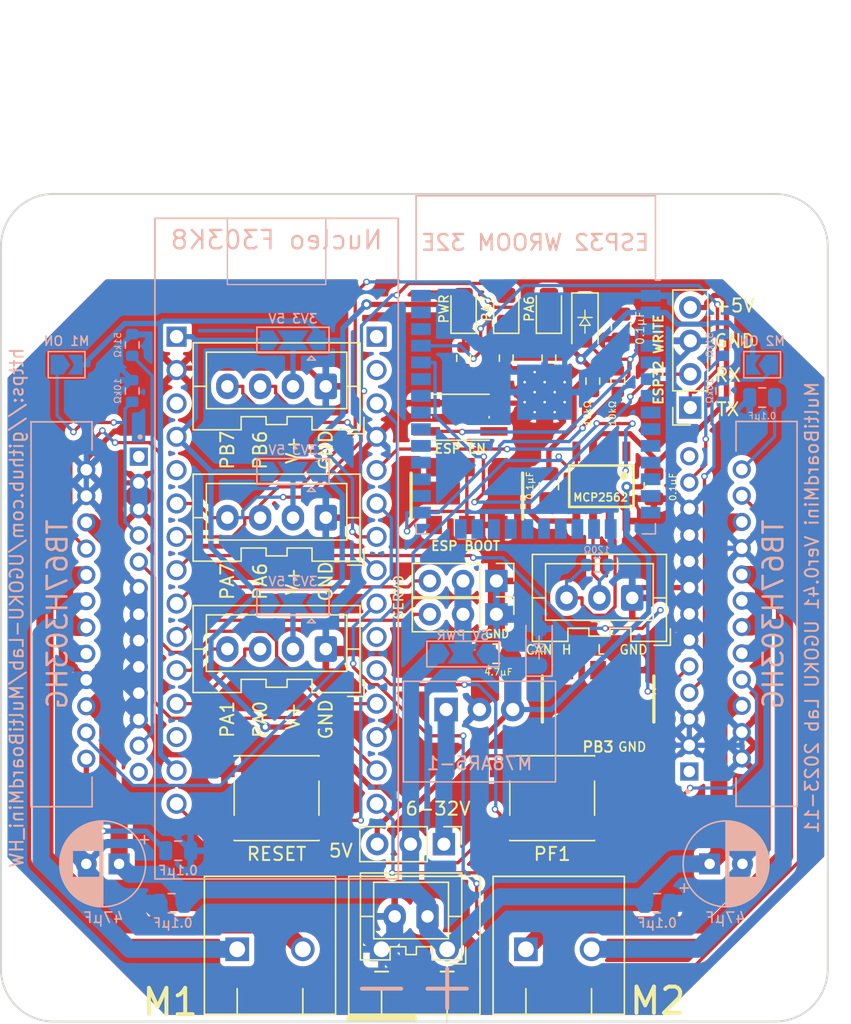
<source format=kicad_pcb>
(kicad_pcb (version 20221018) (generator pcbnew)
  (layers (0 "F.Cu" signal) (31 "B.Cu" signal) (34 "B.Paste" user) (35 "F.Paste" user) (36 "B.SilkS" user "B.Silkscreen") (37 "F.SilkS" user "F.Silkscreen") (38 "B.Mask" user) (39 "F.Mask" user) (44 "Edge.Cuts" user))
  (net 0 "")
  (net 1 "+5V")
  (net 2 "GND")
  (net 3 "+3V3")
  (net 4 "PWR")
  (net 5 "Net-(D1-A)")
  (net 6 "Net-(CAN1-Pin_2)")
  (net 7 "Net-(CAN1-Pin_3)")
  (net 8 "Net-(ENC/IO_1-Pin_2)")
  (net 9 "Net-(ENC/IO_1-Pin_3)")
  (net 10 "Net-(ENC/IO_1-Pin_4)")
  (net 11 "Net-(ENC/IO_2-Pin_2)")
  (net 12 "Net-(ENC/IO_2-Pin_3)")
  (net 13 "Net-(ENC/IO_2-Pin_4)")
  (net 14 "Net-(J1-Pin_3)")
  (net 15 "Net-(PWR1-K)")
  (net 16 "Net-(U2A-PF1)")
  (net 17 "Net-(U2A-NRST_1)")
  (net 18 "Net-(U2A-PB0)")
  (net 22 "Net-(U2A-PB5)")
  (net 27 "Net-(U2A-PA12)")
  (net 28 "Net-(U2A-PA11)")
  (net 29 "Net-(U5-VREG)")
  (net 30 "Net-(U4-VREG)")
  (net 31 "Net-(U4-STBY)")
  (net 32 "Net-(U5-STBY)")
  (net 33 "Net-(U5-OSC)")
  (net 34 "Net-(U4-OSC)")
  (net 35 "Net-(U4-OUT1A)")
  (net 36 "Net-(U4-OUT2A)")
  (net 37 "Net-(U5-OUT1A)")
  (net 38 "Net-(U5-OUT2A)")
  (net 39 "Net-(U2A-PB4)")
  (net 41 "Net-(U2B-PA5)")
  (net 42 "Net-(U2A-PB1)")
  (net 43 "Net-(U2A-PA8)")
  (net 44 "Net-(J2-Pin_3)")
  (net 45 "Net-(J6-Pin_1)")
  (net 46 "Net-(J6-Pin_2)")
  (net 47 "Net-(IO_3-Pin_4)")
  (net 48 "Net-(IO_3-Pin_3)")
  (net 49 "Net-(IO_3-Pin_2)")
  (net 53 "Net-(U2B-PB3)")
  (net 55 "Net-(J4-Pin_1)")
  (net 56 "Net-(J1-Pin_2)")
  (net 57 "Net-(PA6-K)")
  (net 58 "Net-(PA7-K)")
  (net 59 "Net-(U7-IO0)")
  (net 60 "rx")
  (net 61 "tx")
  (footprint "Capacitor_SMD:C_0805_2012Metric" (layer "F.Cu") (at 15.75 -21.4 -90)
    (fp_text reference "C9" hide)
    (fp_text value "0.1μF")
  )
  (footprint "Connector_PinHeader_2.54mm:PinHeader_1x03_P2.54mm_Vertical" (layer "F.Cu") (at 6.25 -2.04 -90)
    (fp_text reference "J1" hide)
    (fp_text value "PB0")
  )
  (footprint "Button_Switch_SMD:SW_Push_1P1T_NO_6x6mm_H9.5mm" (layer "F.Cu") (at 10.5 14.5)
    (fp_text reference "SW1" hide)
    (fp_text value "PF1")
  )
  (footprint "Capacitor_SMD:C_0805_2012Metric" (layer "F.Cu") (at 18.25 -9.25 -90)
    (fp_text reference "C1" hide)
    (fp_text value "0.1μF")
  )
  (footprint "Connector_JST:JST_XA_B04B-XASK-1_1x04_P2.50mm_Vertical" (layer "F.Cu") (at -10.5 -6.855 180)
    (fp_text reference "ENC/IO_2" hide)
    (fp_text value "Conn_01x04")
  )
  (footprint "Resistor_SMD:R_0603_1608Metric" (layer "F.Cu") (at 15.5 -17.25 90)
    (fp_text reference "R12" hide)
    (fp_text value "10k")
  )
  (footprint "LED_SMD:LED_0805_2012Metric_Pad1.15x1.40mm_HandSolder" (layer "F.Cu") (at 10.25 -22.75 90)
    (fp_text reference "PA6")
    (fp_text value "LED")
  )
  (footprint "MountingHole:MountingHole_3.2mm_M3" (layer "F.Cu") (at 27.5 -27.5)
    (fp_text reference "REF**" hide)
    (fp_text value "MountingHole_3.2mm_M3" hide)
  )
  (footprint "MultiBoardMini_Libraries:PTS_1.5_2" (layer "F.Cu") (at 0 26)
    (fp_text reference "T3" hide)
    (fp_text value "PTS_1.5_2" hide)
  )
  (footprint "LED_SMD:LED_0805_2012Metric_Pad1.15x1.40mm_HandSolder" (layer "F.Cu") (at 7 -22.75 90)
    (fp_text reference "PA7")
    (fp_text value "LED")
  )
  (footprint "MountingHole:MountingHole_3.2mm_M3" (layer "F.Cu") (at -27.5 27.5)
    (fp_text reference "REF**" hide)
    (fp_text value "MountingHole_3.2mm_M3" hide)
  )
  (footprint "Diode_SMD:D_SOD-123F" (layer "F.Cu") (at 13 -21.75 -90)
    (fp_text reference "D1" hide)
    (fp_text value "D")
  )
  (footprint "LED_SMD:LED_0805_2012Metric_Pad1.15x1.40mm_HandSolder" (layer "F.Cu") (at 3.75 -22.75 90)
    (fp_text reference "PWR")
    (fp_text value "PWR")
  )
  (footprint "Resistor_SMD:R_0603_1608Metric" (layer "F.Cu") (at 10.25 -19 90)
    (fp_text reference "R6" hide)
    (fp_text value "3.3k")
  )
  (footprint "MultiBoardMini_Libraries:PTS_1.5_2" (layer "F.Cu") (at 11 26)
    (fp_text reference "MOTOR1" hide)
    (fp_text value "PTS_1.5_2" hide)
  )
  (footprint "Button_Switch_SMD:SW_Push_1P1T_NO_6x6mm_H9.5mm" (layer "F.Cu") (at -10.5 14.5)
    (fp_text reference "SW2" hide)
    (fp_text value "RESET")
  )
  (footprint "Connector_PinSocket_2.54mm:PinSocket_1x04_P2.54mm_Vertical" (layer "F.Cu") (at 21.025 -15.24 180)
    (fp_text reference "J6" hide)
    (fp_text value "Conn_01x04")
  )
  (footprint "Connector_JST:JST_XA_B03B-XASK-1_1x03_P2.50mm_Vertical" (layer "F.Cu") (at 16.6 -0.75 180)
    (fp_text reference "CAN1" hide)
    (fp_text value "CAN")
  )
  (footprint "MountingHole:MountingHole_3.2mm_M3" (layer "F.Cu") (at -27.5 -27.5)
    (fp_text reference "REF**" hide)
    (fp_text value "MountingHole_3.2mm_M3" hide)
  )
  (footprint "MultiBoardMini_Libraries:SOIC127P600X175-8N" (layer "F.Cu") (at 14.25 -9.25 -90)
    (fp_text reference "U6" hide)
    (fp_text value "MCP2562-E_SN")
  )
  (footprint "Capacitor_SMD:C_0805_2012Metric" (layer "F.Cu") (at 6.25 3.5 180)
    (fp_text reference "C10" hide)
    (fp_text value "4.7μF")
  )
  (footprint "Capacitor_SMD:C_0805_2012Metric" (layer "F.Cu") (at 10.25 -9.25 -90)
    (fp_text reference "C2" hide)
    (fp_text value "0.1μF")
  )
  (footprint "MountingHole:MountingHole_3.2mm_M3" (layer "F.Cu") (at 27.5 27.5)
    (fp_text reference "REF**" hide)
    (fp_text value "MountingHole_3.2mm_M3" hide)
  )
  (footprint "MultiBoardMini_Libraries:PTS_1.5_2" (layer "F.Cu") (at -11 26)
    (fp_text reference "MOTOR2" hide)
    (fp_text value "PTS_1.5_2" hide)
  )
  (footprint "Resistor_SMD:R_0603_1608Metric" (layer "F.Cu") (at 3.75 -19 90)
    (fp_text reference "R4" hide)
    (fp_text value "3.3k")
  )
  (footprint "MultiBoardMini_Libraries:SSSS213202" (layer "F.Cu") (at 14 6.95)
    (fp_text reference "SW5" hide)
    (fp_text value "SW_Push_DPDT")
  )
  (footprint "Button_Switch_SMD:SW_Push_1P1T_NO_Vertical_Wuerth_434133025816" (layer "F.Cu") (at 3.5 -14.5)
    (fp_text reference "SW4" hide)
    (fp_text value "~")
  )
  (footprint "Connector_JST:JST_XA_B04B-XASK-1_1x04_P2.50mm_Vertical" (layer "F.Cu") (at -10.5 -16.855 180)
    (fp_text reference "IO_3" hide)
    (fp_text value "Conn_01x04")
  )
  (footprint "Connector_PinHeader_2.54mm:PinHeader_1x03_P2.54mm_Vertical" (layer "F.Cu") (at 6.25 0.5 -90)
    (fp_text reference "J2" hide)
    (fp_text value "PA10")
  )
  (footprint "Connector_JST:JST_XA_B02B-XASK-1_1x02_P2.50mm_Vertical" (layer "F.Cu") (at 1 23.5 180)
    (fp_text reference "J3" hide)
    (fp_text value "Conn_01x02_Male")
  )
  (footprint "Resistor_SMD:R_0603_1608Metric" (layer "F.Cu") (at 7 -19 90)
    (fp_text reference "R5" hide)
    (fp_text value "3.3k")
  )
  (footprint "Connector_PinHeader_2.54mm:PinHeader_1x03_P2.54mm_Vertical" (layer "F.Cu") (at 2.25 18 -90)
    (fp_text reference "J4" hide)
    (fp_text value "PA10")
  )
  (footprint "Resistor_SMD:R_0603_1608Metric" (layer "F.Cu") (at 13.6 -17.25 90)
    (fp_text reference "R9" hide)
    (fp_text value "10k")
  )
  (footprint "MultiBoardMini_Libraries:SSSS213202" (layer "F.Cu") (at 4 -8.5)
    (fp_text reference "SW3" hide)
    (fp_text value "SW_Push_DPDT")
  )
  (footprint "Connector_JST:JST_XA_B04B-XASK-1_1x04_P2.50mm_Vertical" (layer "F.Cu") (at -10.5 3.145 180)
    (fp_text reference "ENC/IO_1" hide)
    (fp_text value "Conn_01x04")
  )
  (footprint "Capacitor_SMD:C_0805_2012Metric" (layer "B.Cu") (at -18.5 22.5 180)
    (fp_text reference "C4" hide)
    (fp_text value "0.1μF")
  )
  (footprint "Resistor_SMD:R_0603_1608Metric" (layer "B.Cu") (at 13.925 -3.25 180)
    (fp_text reference "R1" hide)
    (fp_text value "120Ω")
  )
  (footprint "Capacitor_THT:CP_Radial_D6.3mm_P2.50mm" (layer "B.Cu") (at 22.5 19.5)
    (fp_text reference "C12" hide)
    (fp_text value "47μF")
  )
  (footprint "MultiBoardMini_Libraries:TO100P2930X465X1937-25" (layer "B.Cu") (at -23 0.5 -90)
    (fp_text reference "U5" hide)
    (fp_text value "TB67H303HG")
  )
  (footprint "Jumper:SolderJumper-3_P2.0mm_Open_TrianglePad1.0x1.5mm" (layer "B.Cu") (at -9.25 -10.355 180)
    (fp_text reference "JP2" hide)
    (fp_text value "Jumper_NC_Dual")
  )
  (footprint "Jumper:SolderJumper-2_P1.3mm_Open_TrianglePad1.0x1.5mm" (layer "B.Cu") (at 26.5 -18.5 180)
    (fp_text reference "MJP1" hide)
    (fp_text value "Jumper")
  )
  (footprint "Diode_SMD:D_SOD-123F" (layer "B.Cu") (at 9.5 3 90)
    (fp_text reference "D2" hide)
    (fp_text value "D")
  )
  (footprint "Resistor_SMD:R_0603_1608Metric" (layer "B.Cu") (at 23.5 -16.5 90)
    (fp_text reference "R2" hide)
    (fp_text value "10kΩ")
  )
  (footprint "Jumper:SolderJumper-3_P2.0mm_Open_TrianglePad1.0x1.5mm" (layer "B.Cu") (at -9.25 -0.355 180)
    (fp_text reference "JP1" hide)
    (fp_text value "Jumper_NC_Dual")
  )
  (footprint "Resistor_SMD:R_0603_1608Metric" (layer "B.Cu") (at -21.5 -20 90)
    (fp_text reference "R7" hide)
    (fp_text value "51kΩ")
  )
  (footprint "MultiBoardMini_Libraries:MODULE_NUCLEO-F303K8" (layer "B.Cu") (at -10.5 -2.855 180)
    (fp_text reference "U2" hide)
    (fp_text value "NUCLEO-F303K8")
  )
  (footprint "RF_Module:ESP32-WROOM-32" (layer "B.Cu") (at 9.25 -15.5 180)
    (fp_text reference "U7" hide)
    (fp_text value "ESP32-WROOM-32")
  )
  (footprint "Resistor_SMD:R_0603_1608Metric" (layer "B.Cu") (at 23.5 -20 90)
    (fp_text reference "R13" hide)
    (fp_text value "51kΩ")
  )
  (footprint "Jumper:SolderJumper-3_P2.0mm_Open_TrianglePad1.0x1.5mm" (layer "B.Cu") (at 3.7 3.5)
    (fp_text reference "JP4" hide)
    (fp_text value "Jumper_NC_Dual")
  )
  (footprint "Jumper:SolderJumper-3_P2.0mm_Open_TrianglePad1.0x1.5mm" (layer "B.Cu") (at -9.25 -20.355 180)
    (fp_text reference "JP3" hide)
    (fp_text value "Jumper_NC_Dual")
  )
  (footprint "Capacitor_THT:CP_Radial_D6.3mm_P2.50mm" (layer "B.Cu") (at -22.5 19.5 180)
    (fp_text reference "C5" hide)
    (fp_text value "47μF")
  )
  (footprint "Resistor_SMD:R_0603_1608Metric" (layer "B.Cu") (at -21.5 -16.5 -90)
    (fp_text reference "R3" hide)
    (fp_text value "10kΩ")
  )
  (footprint "Capacitor_SMD:C_0805_2012Metric" (layer "B.Cu") (at 18.5 22.5)
    (fp_text reference "C11" hide)
    (fp_text value "0.1μF")
  )
  (footprint "MultiBoardMini_Libraries:TO100P2930X465X1937-25" (layer "B.Cu") (at 23 0.5 90)
    (fp_text reference "U4" hide)
    (fp_text value "TB67H303HG")
  )
  (footprint "Capacitor_SMD:C_0805_2012Metric" (layer "B.Cu") (at -18 18.5)
    (fp_text reference "C3" hide)
    (fp_text value "0.1μF")
  )
  (footprint "Capacitor_SMD:C_0805_2012Metric" (layer "B.Cu") (at 26.5 -16 180)
    (fp_text reference "C13" hide)
    (fp_text value "0.1μF")
  )
  (footprint "Jumper:SolderJumper-2_P1.3mm_Open_TrianglePad1.0x1.5mm" (layer "B.Cu") (at -26.5 -18.5)
    (fp_text reference "MJP2" hide)
    (fp_text value "Jumper")
  )
  (footprint "MultiBoardMini_Libraries:M78AR" (layer "B.Cu") (at 4.96 7.75)
    (fp_text reference "U1" hide)
    (fp_text value "M78AR5-1")
  )
  (gr_line (start -1 29) (end -4 29) (stroke (width 0.3)) (layer "B.SilkS"))
  (gr_line (start 2.5 27.5) (end 2.5 30.5) (stroke (width 0.3)) (layer "B.SilkS"))
  (gr_line (start 1 29) (end 4 29) (stroke (width 0.3)) (layer "B.SilkS"))
  (gr_line (start -3 27.7) (end -2 27.7) (stroke (width 0.15)) (layer "F.SilkS"))
  (gr_line (start 2.5 30.95) (end 2.5 31.5) (stroke (width 0.15)) (layer "F.SilkS"))
  (gr_line (start 2 27.7) (end 3 27.7) (stroke (width 0.15)) (layer "F.SilkS"))
  (gr_line (start 2.5 27.3) (end 2.5 28.2) (stroke (width 0.15)) (layer "F.SilkS"))
  (gr_line (start -4.95 31.25) (end -0.05 31.25) (stroke (width 0.5)) (layer "F.SilkS"))
  (gr_arc (start 27.5 -31.5) (mid 30.328427 -30.328427) (end 31.5 -27.5) (stroke (width 0.15)) (layer "Edge.Cuts"))
  (gr_line (start -31.5 -27.5) (end -31.5 27.5) (stroke (width 0.15)) (layer "Edge.Cuts"))
  (gr_arc (start -27.5 31.5) (mid -30.328427 30.328427) (end -31.5 27.5) (stroke (width 0.15)) (layer "Edge.Cuts"))
  (gr_line (start 27.5 -31.5) (end -27.5 -31.5) (stroke (width 0.15)) (layer "Edge.Cuts"))
  (gr_arc (start 31.5 27.5) (mid 30.328427 30.328427) (end 27.5 31.5) (stroke (width 0.15)) (layer "Edge.Cuts"))
  (gr_arc (start -31.5 -27.5) (mid -30.328427 -30.328427) (end -27.5 -31.5) (stroke (width 0.15)) (layer "Edge.Cuts"))
  (gr_line (start 31.5 27.5) (end 31.5 -27.5) (stroke (width 0.15)) (layer "Edge.Cuts"))
  (gr_line (start -27.5 31.5) (end 27.5 31.5) (stroke (width 0.15)) (layer "Edge.Cuts"))
  (gr_text "5V PWR" (at 3.7 2.1) (layer "B.SilkS") (effects (font (size 0.7 0.7) (thickness 0.12) bold) (justify mirror)))
  (gr_text "M2 ON" (at 26.5 -20.3) (layer "B.SilkS") (effects (font (size 0.7 0.7) (thickness 0.12) bold) (justify mirror)))
  (gr_text "Nucleo F303K8" (at -10.5 -28) (layer "B.SilkS") (effects (font (size 1.4 1.4) (thickness 0.18)) (justify mirror)))
  (gr_text "10kΩ" (at -22.6 -16.5 90) (layer "B.SilkS") (effects (font (size 0.5 0.5) (thickness 0.08)) (justify mirror)))
  (gr_text "https://github.com/UGOKU-Lab/MultiBoardMini_HW" (at -30.3 0 90) (layer "B.SilkS") (effects (font (size 1 1)) (justify mirror)))
  (gr_text "47μF" (at 23.7 23.6) (layer "B.SilkS") (effects (font (size 0.8 0.8) (thickness 0.12) bold) (justify mirror)))
  (gr_text "0.1μF" (at 26.5 -14.6) (layer "B.SilkS") (effects (font (size 0.5 0.5) (thickness 0.08)) (justify mirror)))
  (gr_text "ESP32 WROOM 32E" (at 9.2 -27.8) (layer "B.SilkS") (effects (font (size 1.2 1.2) (thickness 0.18)) (justify mirror)))
  (gr_text "MultiBoardMini Ver0.41 UGOKU Lab 2023-11" (at 30.3 0 90) (layer "B.SilkS") (effects (font (size 1 1)) (justify mirror)))
  (gr_text "3V3 5V" (at -9.25 -2) (layer "B.SilkS") (effects (font (size 0.7 0.7) (thickness 0.12) bold) (justify mirror)))
  (gr_text "3V3 5V" (at -9.25 -12) (layer "B.SilkS") (effects (font (size 0.7 0.7) (thickness 0.12) bold) (justify mirror)))
  (gr_text "3V3 5V" (at -9.25 -22) (layer "B.SilkS") (effects (font (size 0.7 0.7) (thickness 0.12) bold) (justify mirror)))
  (gr_text "51kΩ" (at 22.5 -20 90) (layer "B.SilkS") (effects (font (size 0.5 0.5) (thickness 0.08)) (justify mirror)))
  (gr_text "M1 ON" (at -26.5 -20.3) (layer "B.SilkS") (effects (font (size 0.7 0.7) (thickness 0.12) bold) (justify mirror)))
  (gr_text "10kΩ" (at 22.5 -16.5 90) (layer "B.SilkS") (effects (font (size 0.5 0.5) (thickness 0.08)) (justify mirror)))
  (gr_text "0.1μF" (at 18.5 24) (layer "B.SilkS") (effects (font (size 0.7 0.7) (thickness 0.12) bold) (justify mirror)))
  (gr_text "51kΩ" (at -22.6 -20 90) (layer "B.SilkS") (effects (font (size 0.5 0.5) (thickness 0.08)) (justify mirror)))
  (gr_text "0.1μF" (at -18.4 24) (layer "B.SilkS") (effects (font (size 0.7 0.7) (thickness 0.12) bold) (justify mirror)))
  (gr_text "0.1μF" (at -18 20) (layer "B.SilkS") (effects (font (size 0.7 0.7) (thickness 0.12) bold) (justify mirror)))
  (gr_text "120Ω" (at 13.9 -4.4) (layer "B.SilkS") (effects (font (size 0.5 0.5) (thickness 0.08)) (justify mirror)))
  (gr_text "47μF" (at -23.7 23.6) (layer "B.SilkS") (effects (font (size 0.8 0.8) (thickness 0.12) bold) (justify mirror)))
  (gr_text "ESP BOOT" (at 3.9 -4.7) (layer "F.SilkS") (effects (font (size 0.7 0.7) (thickness 0.14) bold)))
  (gr_text "CAN" (at 9.5 3.2) (layer "F.SilkS") (effects (font (size 0.7 0.7) (thickness 0.12) bold)))
  (gr_text "10kΩ" (at 13.2 -14.8 90) (layer "F.SilkS") (effects (font (size 0.5 0.5) (thickness 0.08))))
  (gr_text "GND" (at 24.4 -20.3) (layer "F.SilkS") (effects (font (size 1 1))))
  (gr_text "4.7μF" (at 6.4 4.9) (layer "F.SilkS") (effects (font (size 0.5 0.5) (thickness 0.08))))
  (gr_text "TX" (at 23.9 -15.1) (layer "F.SilkS") (effects (font (size 1 1))))
  (gr_text "SERVO" (at -1.2 -0.8 90) (layer "F.SilkS") (effects (font (size 0.7 0.7) (thickness 0.12) bold)))
  (gr_text "M2\n" (at 16.25 31.1) (layer "F.SilkS") (effects (font (size 2 2) (thickness 0.3)) (justify left bottom)))
  (gr_text "V+\n" (at -9.25 8.25 90) (layer "F.SilkS") (effects (font (size 1 1))))
  (gr_text "V+\n" (at -9.25 -2 90) (layer "F.SilkS") (effects (font (size 1 1))))
  (gr_text "+5V\n" (at 24.4 -23) (layer "F.SilkS") (effects (font (size 1 1))))
  (gr_text "PA0\n" (at -11.75 8.5 90) (layer "F.SilkS") (effects (font (size 1 1))))
  (gr_text "PA7\n" (at -14.25 -2 90) (layer "F.SilkS") (effects (font (size 1 1))))
  (gr_text "GND\n" (at -6.75 -2 90) (layer "F.SilkS") (effects (font (size 1 1))))
  (gr_text "PB3\n" (at 14 10.6) (layer "F.SilkS") (effects (font (size 0.8 0.8))))
  (gr_text "V+\n" (at -9.25 -12 90) (layer "F.SilkS") (effects (font (size 1 1))))
  (gr_text "0.1μF" (at 19.7 -9.2 90) (layer "F.SilkS") (effects (font (size 0.5 0.5) (thickness 0.08))))
  (gr_text "PA1" (at -14.25 8.5 90) (layer "F.SilkS") (effects (font (size 1 1))))
  (gr_text "6-32V" (at 1.8 15.3) (layer "F.SilkS") (effects (font (size 1 1))))
  (gr_text "10kΩ" (at 15.1 -14.8 90) (layer "F.SilkS") (effects (font (size 0.5 0.5) (thickness 0.08))))
  (gr_text "GND\n" (at 16.7 3.2) (layer "F.SilkS") (effects (font (size 0.7 0.7) (thickness 0.12) bold)))
  (gr_text "GND\n" (at 16.6 10.6) (layer "F.SilkS") (effects (font (size 0.7 0.7) (thickness 0.12) bold)))
  (gr_text "PB7\n" (at -14.25 -12 90) (layer "F.SilkS") (effects (font (size 1 1))))
  (gr_text "0.1μF" (at 8.8 -9.3 90) (layer "F.SilkS") (effects (font (size 0.5 0.5) (thickness 0.08))))
  (gr_text "GND\n" (at -6.75 8.5 90) (layer "F.SilkS") (effects (font (size 1 1))))
  (gr_text "ESP EN" (at 3.5 -12.1) (layer "F.SilkS") (effects (font (size 0.7 0.7) (thickness 0.14) bold)))
  (gr_text "PB6\n" (at -11.75 -12 90) (layer "F.SilkS") (effects (font (size 1 1))))
  (gr_text "RESET" (at -10.5 18.75) (layer "F.SilkS") (effects (font (size 1 1))))
  (gr_text "M1\n" (at -20.9 31.2) (layer "F.SilkS") (effects (font (size 2 2) (thickness 0.3)) (justify left bottom)))
  (gr_text "H" (at 11.6 3.2) (layer "F.SilkS") (effects (font (size 0.7 0.7) (thickness 0.12) bold)))
  (gr_text "MCP2562" (at 14.2 -8.4) (layer "F.SilkS") (effects (font (size 0.6 0.6) (thickness 0.12) bold)))
  (gr_text "5V\n" (at -5.6 18.5) (layer "F.SilkS") (effects (font (size 1 1))))
  (gr_text "L" (at 14.2 3.2) (layer "F.SilkS") (effects (font (size 0.7 0.7) (thickness 0.12) bold)))
  (gr_text "RX" (at 23.9 -17.7) (layer "F.SilkS") (effects (font (size 1 1))))
  (gr_text "PF1" (at 10.5 18.75) (layer "F.SilkS") (effects (font (size 1 1))))
  (gr_text "ESP32 WRITE\n" (at 18.6 -18.9 90) (layer "F.SilkS") (effects (font (size 0.7 0.7))))
  (gr_text "0.1μF" (at 17.2 -21.3 90) (layer "F.SilkS") (effects (font (size 0.6 0.6) (thickness 0.08))))
  (gr_text "GND\n" (at 6.3 2) (layer "F.SilkS") (effects (font (size 0.6 0.6) (thickness 0.12) bold)))
  (gr_text "PA6\n" (at -11.75 -2 90) (layer "F.SilkS") (effects (font (size 1 1))))
  (gr_text "GND\n" (at -6.75 -12 90) (layer "F.SilkS") (effects (font (size 1 1))))
  (segment (start -2.83 18) (end -2.83 16.7481) (width 0.4) (layer "F.Cu") (net 1))
  (segment (start 0.1408 15.0292) (end -1.111 15.0292) (width 0.4) (layer "F.Cu") (net 1))
  (segment (start -1.111 15.0292) (end -1.111 15.0291) (width 0.4) (layer "F.Cu") (net 1))
  (segment (start 16.179 -9.2028) (end 17.2528 -9.2028) (width 0.4) (layer "F.Cu") (net 1))
  (segment (start 17.2528 -9.2028) (end 18.25 -10.2) (width 0.4) (layer "F.Cu") (net 1))
  (segment (start 18.25 -10.2) (end 18.25 -10.8104) (width 0.4) (layer "F.Cu") (net 1))
  (segment (start 7.5 7.75) (end 7.5 3.8) (width 1.3) (layer "F.Cu") (net 1))
  (segment (start -2.83 16.7481) (end -1.111 15.0291) (width 0.4) (layer "F.Cu") (net 1))
  (segment (start 20.5781 -13.1385) (end 21.2146 -13.1385) (width 0.4) (layer "F.Cu") (net 1))
  (segment (start -2.4852 13.655) (end -3.3139 13.655) (width 0.4) (layer "F.Cu") (net 1))
  (segment (start 13.615 -12.65) (end 13.615 -11.9) (width 0.4) (layer "F.Cu") (net 1))
  (segment (start 14.215 -13.25) (end 13.615 -12.65) (width 0.4) (layer "F.Cu") (net 1))
  (segment (start 23.3482 -23.7747) (end 22.8305 -23.7747) (width 0.4) (layer "F.Cu") (net 1))
  (segment (start -1.111 15.0291) (end -2.4852 13.655) (width 0.4) (layer "F.Cu") (net 1))
  (segment (start 22.2769 -23.2211) (end 22.2769 -22.86) (width 0.4) (layer "F.Cu") (net 1))
  (segment (start 7.5 3.8) (end 7.2 3.5) (width 1.3) (layer "F.Cu") (net 1))
  (segment (start 21.025 -22.86) (end 22.2769 -22.86) (width 0.4) (layer "F.Cu") (net 1))
  (segment (start -3.3139 13.655) (end -4.4341 12.5348) (width 0.4) (layer "F.Cu") (net 1))
  (segment (start 22.8305 -23.7747) (end 22.2769 -23.2211) (width 0.4) (layer "F.Cu") (net 1))
  (segment (start 23.7772 -15.7011) (end 23.7772 -23.3457) (width 0.4) (layer "F.Cu") (net 1))
  (segment (start 23.7772 -23.3457) (end 23.3482 -23.7747) (width 0.4) (layer "F.Cu") (net 1))
  (segment (start 7.5 7.75) (end 7.42 7.75) (width 0.4) (layer "F.Cu") (net 1))
  (segment (start 18.25 -10.8104) (end 20.5781 -13.1385) (width 0.4) (layer "F.Cu") (net 1))
  (segment (start -4.4341 12.5348) (end -4.4341 12.291) (width 0.4) (layer "F.Cu") (net 1))
  (segment (start -7.6416 9.0835) (end -11.3646 9.0835) (width 0.4) (layer "F.Cu") (net 1))
  (segment (start -4.4341 12.291) (end -7.6416 9.0835) (width 0.4) (layer "F.Cu") (net 1))
  (segment (start 18.25 -11.4207) (end 16.4207 -13.25) (width 0.4) (layer "F.Cu") (net 1))
  (segment (start 16.4207 -13.25) (end 14.215 -13.25) (width 0.4) (layer "F.Cu") (net 1))
  (segment (start 18.25 -10.8104) (end 18.25 -11.4207) (width 0.4) (layer "F.Cu") (net 1))
  (segment (start 7.42 7.75) (end 0.1408 15.0292) (width 0.4) (layer "F.Cu") (net 1))
  (segment (start 21.2146 -13.1385) (end 23.7772 -15.7011) (width 0.4) (layer "F.Cu") (net 1))
  (via (at -11.3646 9.0835) (size 0.8) (drill 0.4) (layers "F.Cu" "B.Cu") (net 1))
  (via (at 16.179 -9.2028) (size 0.8) (drill 0.4) (layers "F.Cu" "B.Cu") (net 1))
  (segment (start 5.7 3.5) (end 6.6 4.4) (width 1.3) (layer "B.Cu") (net 1))
  (segment (start -16.6731 -20.355) (end -11.25 -20.355) (width 0.4) (layer "B.Cu") (net 1))
  (segment (start 17.8529 0.337938) (end 10.440838 7.75) (width 0.4) (layer "B.Cu") (net 1))
  (segment (start 7.6 7.85) (end 7.5 7.75) (width 1.3) (layer "B.Cu") (net 1))
  (segment (start 16.179 -5.5518) (end 17.8529 -3.8779) (width 0.4) (layer "B.Cu") (net 1))
  (segment (start -11.9906 -1.0957) (end -15.5019 -4.6069) (width 0.4) (layer "B.Cu") (net 1))
  (segment (start 5.7 3.5) (end 7.5 5.3) (width 1.3) (layer "B.Cu") (net 1))
  (segment (start 7.5 7.5343) (end 7.5 7.75) (width 1.3) (layer "B.Cu") (net 1))
  (segment (start 8.4 4.4) (end 9.5 4.4) (width 1.3) (layer "B.Cu") (net 1))
  (segment (start -18.12 -20.635) (end -16.9531 -20.635) (width 0.4) (layer "B.Cu") (net 1))
  (segment (start -15.5019 -4.6069) (end -15.5019 -10.355) (width 0.4) (layer "B.Cu") (net 1))
  (segment (start -16.9531 -20.635) (end -16.6731 -20.355) (width 0.4) (layer "B.Cu") (net 1))
  (segment (start 17.8529 -3.8779) (end 17.8529 0.337938) (width 0.4) (layer "B.Cu") (net 1))
  (segment (start -15.5019 -10.3969) (end -18.12 -13.015) (width 0.4) (layer "B.Cu") (net 1))
  (segment (start 7.5 5.3) (end 7.5 7.5343) (width 1.3) (layer "B.Cu") (net 1))
  (segment (start -11.9906 -1.0957) (end -11.25 -0.355) (width 0.4) (layer "B.Cu") (net 1))
  (segment (start -16.6731 -14.4619) (end -18.12 -13.015) (width 0.4) (layer "B.Cu") (net 1))
  (segment (start 6.6 4.4) (end 9.5 4.4) (width 1.3) (layer "B.Cu") (net 1))
  (segment (start -15.5019 -10.355) (end -11.25 -10.355) (width 0.4) (layer "B.Cu") (net 1))
  (segment (start -16.6731 -20.355) (end -16.6731 -14.4619) (width 0.4) (layer "B.Cu") (net 1))
  (segment (start -15.5019 -10.355) (end -15.5019 -10.3969) (width 0.4) (layer "B.Cu") (net 1))
  (segment (start 7.5 5.3) (end 8.4 4.4) (width 1.3) (layer "B.Cu") (net 1))
  (segment (start -11.3646 9.0835) (end -15.5019 4.9462) (width 0.4) (layer "B.Cu") (net 1))
  (segment (start -15.5019 2.4156) (end -11.9906 -1.0957) (width 0.4) (layer "B.Cu") (net 1))
  (segment (start 16.179 -9.2028) (end 16.179 -5.5518) (width 0.4) (layer "B.Cu") (net 1))
  (segment (start -15.5019 4.9462) (end -15.5019 2.4156) (width 0.4) (layer "B.Cu") (net 1))
  (segment (start 10.440838 7.75) (end 7.5 7.75) (width 0.4) (layer "B.Cu") (net 1))
  (segment (start -24.9056 -10.5) (end -23.9056 -9.5) (width 0.4) (layer "F.Cu") (net 2))
  (segment (start 16.5 4.75) (end 17.5019 4.75) (width 0.4) (layer "F.Cu") (net 2))
  (segment (start 6.25 0.9143) (end 12.0381 0.9143) (width 0.4) (layer "F.Cu") (net 2))
  (segment (start 4.96 3.8699) (end 4.5851 3.495) (width 0.4) (layer "F.Cu") (net 2))
  (segment (start 6.25 -2.04) (end 6.25 -6.245) (width 1.3) (layer "F.Cu") (net 2))
  (segment (start 15.4981 4.3743) (end 15.4981 4.75) (width 0.4) (layer "F.Cu") (net 2))
  (segment (start 13.949 12.25) (end 6.525 12.25) (width 0.4) (layer "F.Cu") (net 2))
  (segment (start -18.5279 11.1981) (end -20.0943 9.6317) (width 0.4) (layer "F.Cu") (net 2))
  (segment (start 6.25 -6.245) (end 6.25 -10.45) (width 1.3) (layer "F.Cu") (net 2))
  (segment (start -20.0943 9.4056) (end -20.0944 9.4056) (width 0.4) (layer "F.Cu") (net 2))
  (segment (start 9.93 -14.885) (end 9.93 -13.13) (width 1.3) (layer "F.Cu") (net 2))
  (segment (start -22.6372 -13.4491) (end -18.12 -17.9663) (width 0.4) (layer "F.Cu") (net 2))
  (segment (start -20.0944 9.4056) (end -21 8.5) (width 0.4) (layer "F.Cu") (net 2))
  (segment (start 3.75 -15.575) (end 0.925 -15.575) (width 0.4) (layer "F.Cu") (net 2))
  (segment (start -6.75 -6.855) (end -6.75 -9.145) (width 0.4) (layer "F.Cu") (net 2))
  (segment (start 4.96 7.75) (end 4.96 3.8699) (width 1.3) (layer "F.Cu") (net 2))
  (segment (start 6.25 -6.245) (end 6.445 -6.245) (width 0.4) (layer "F.Cu") (net 2))
  (segment (start 15.505 -8) (end 15.805 -8.3) (width 0.4) (layer "F.Cu") (net 2))
  (segment (start 16.5 10.47) (end 15.2031 10.47) (width 0.4) (layer "F.Cu") (net 2))
  (segment (start -8.1372 -18.2422) (end -17.9728 -18.2422) (width 0.4) (layer "F.Cu") (net 2))
  (segment (start 5.3 2.775) (end 6.25 1.825) (width 1.3) (layer "F.Cu") (net 2))
  (segment (start 12.0381 0.9143) (end 15.4981 4.3743) (width 0.4) (layer "F.Cu") (net 2))
  (segment (start -17.9728 -18.2422) (end -18.12 -18.095) (width 0.4) (layer "F.Cu") (net 2))
  (segment (start 19.7819 2.47) (end 20.95 2.47) (width 0.4) (layer "F.Cu") (net 2))
  (segment (start -6.75 -16.855) (end -8.1372 -18.2422) (width 0.4) (layer "F.Cu") (net 2))
  (segment (start 9.1675 -17.935) (end 10.01 -17.935) (width 0.4) (layer "F.Cu") (net 2))
  (segment (start -6.525 12.25) (end -14.475 12.25) (width 0.4) (layer "F.Cu") (net 2))
  (segment (start 17.5019 4.75) (end 19.7819 2.47) (width 0.4) (layer "F.Cu") (net 2))
  (segment (start -14.475 11.1981) (end -18.5279 11.1981) (width 0.4) (layer "F.Cu") (net 2))
  (segment (start 6.25 0.5) (end 6.25 -2.04) (width 1.3) (layer "F.Cu") (net 2))
  (segment (start 0.925 -15.575) (end -0.5019 -15.575) (width 0.4) (layer "F.Cu") (net 2))
  (segment (start 21.025 -20.32) (end 15.88 -20.32) (width 0.4) (layer "F.Cu") (net 2))
  (segment (start -20.0943 9.6317) (end -20.0943 9.4056) (width 0.4) (layer "F.Cu") (net 2))
  (segment (start 3.75 -15.575) (end 3.75 -18.175) (width 0.4) (layer "F.Cu") (net 2))
  (segment (start 6.075 -15.575) (end 8.3325 -15.575) (width 0.4) (layer "F.Cu") (net 2))
  (segment (start 10.01 -17.935) (end 10.25 -18.175) (width 0.4) (layer "F.Cu") (net 2))
  (segment (start 15.505 -8) (end 16.155 -7.35) (width 0.4) (layer "F.Cu") (net 2))
  (segment (start -2.88 -13.1969) (end -2.88 -13.015) (width 0.4) (layer "F.Cu") (net 2))
  (segment (start 6.25 1.825) (end 6.25 0.9143) (width 1.3) (layer "F.Cu") (net 2))
  (segment (start -24.9056 -10.5) (end -25 -10.5) (width 0.4) (layer "F.Cu") (net 2))
  (segment (start -0.5019 -15.575) (end -2.88 -13.1969) (width 0.4) (layer "F.Cu") (net 2))
  (segment (start 7.5 -10.7) (end 6.5 -10.7) (width 1.3) (layer "F.Cu") (net 2))
  (segment (start 15.805 -8.3) (end 18.25 -8.3) (width 0.4) (layer "F.Cu") (net 2))
  (segment (start 8.3325 -15.575) (end 8.405 -15.6475) (width 0.4) (layer "F.Cu") (net 2))
  (segment (start 18.25 -8.3) (end 20.18 -8.3) (width 0.4) (layer "F.Cu") (net 2))
  (segment (start 9.1675 -14.885) (end 9.93 -14.885) (width 0.4) (layer "F.Cu") (net 2))
  (segment (start 16.155 -7.35) (end 16.155 -6.6) (width 0.4) (layer "F.Cu") (net 2))
  (segment (start -6.4 3.495) (end -6.75 3.145) (width 0.4) (layer "F.Cu") (net 2))
  (segment (start -18.12 -17.9663) (end -18.12 -18.095) (width 0.4) (layer "F.Cu") (net 2))
  (segment (start 4.96 3.8699) (end 4.96 3.84) (width 1.3) (layer "F.Cu") (net 2))
  (segment (start 14.475 12.25) (end 14.475 11.724) (width 0.4) (layer "F.Cu") (net 2))
  (segment (start 15.2031 10.47) (end 14.475 11.1981) (width 0.4) (layer "F.Cu") (net 2))
  (segment (start 14.475 11.724) (end 14.475 11.1981) (width 0.4) (layer "F.Cu") (net 2))
  (segment (start 7 -18.175) (end 8.9275 -18.175) (width 0.4) (layer "F.Cu") (net 2))
  (segment (start 17.38 -1.53) (end 16.6 -0.75) (width 0.4) (layer "F.Cu") (net 2))
  (segment (start 4.96 3.84) (end 5.3 3.5) (width 1.3) (layer "F.Cu") (net 2))
  (segment (start 15.88 -20.32) (end 15.75 -20.45) (width 0.4) (layer "F.Cu") (net 2))
  (segment (start 14.475 11.724) (end 13.949 12.25) (width 0.4) (layer "F.Cu") (net 2))
  (segment (start 6.445 -6.245) (end 6.5 -6.3) (width 0.4) (layer "F.Cu") (net 2))
  (segment (start 3.75 -15.575) (end 6.075 -15.575) (width 0.4) (layer "F.Cu") (net 2))
  (segment (start 20.95 10.47) (end 16.5 10.47) (width 0.4) (layer "F.Cu") (net 2))
  (segment (start 16.5 4.75) (end 15.4981 4.75) (width 0.4) (layer "F.Cu") (net 2))
  (segment (start 10.6925 -14.885) (end 9.93 -14.885) (width 0.4) (layer "F.Cu") (net 2))
  (segment (start -23.9056 -9.5) (end -21 -9.5) (width 0.4) (layer "F.Cu") (net 2))
  (segment (start 4.5851 3.495) (end -6.4 3.495) (width 0.4) (layer "F.Cu") (net 2))
  (segment (start 20.18 -8.3) (end 20.95 -7.53) (width 0.4) (layer "F.Cu") (net 2))
  (segment (start 6.25 -10.45) (end 6.5 -10.7) (width 1.3) (layer "F.Cu") (net 2))
  (segment (start 9.93 -13.13) (end 7.5 -10.7) (width 1.3) (layer "F.Cu") (net 2))
  (segment (start -24.9056 -10.5) (end -24.9056 -11.394) (width 0.4) (layer "F.Cu") (net 2))
  (segment (start 8.9275 -18.175) (end 9.1675 -17.935) (width 0.4) (layer "F.Cu") (net 2))
  (segment (start 14.885 -9.22) (end 15.805 -8.3) (width 0.4) (layer "F.Cu") (net 2))
  (segment (start 16.5 10.47) (end 16.5 9.15) (width 0.4) (layer "F.Cu") (net 2))
  (segment (start 14.885 -11.9) (end 14.885 -9.22) (width 0.4) (layer "F.Cu") (net 2))
  (segment (start -14.475 12.25) (end -14.475 11.1981) (width 0.4) (layer "F.Cu") (net 2))
  (segment (start 20.95 -1.53) (end 17.38 -1.53) (width 0.4) (layer "F.Cu") (net 2))
  (segment (start 5.3 3.5) (end 5.3 2.775) (width 1.3) (layer "F.Cu") (net 2))
  (segment (start -6.75 -9.145) (end -2.88 -13.015) (width 0.4) (layer "F.Cu") (net 2))
  (segment (start 6.25 0.9143) (end 6.25 0.5) (width 1.3) (layer "F.Cu") (net 2))
  (segment (start 9.93 -15.6475) (end 9.93 -14.885) (width 1.3) (layer "F.Cu") (net 2))
  (segment (start -22.8505 -13.4491) (end -22.6372 -13.4491) (width 0.4) (layer "F.Cu") (net 2))
  (segment (start -24.9056 -11.394) (end -22.8505 -13.4491) (width 0.4) (layer "F.Cu") (net 2))
  (segment (start -19.45 23.225) (end -19.45 22.5) (width 1.3) (layer "B.Cu") (net 2))
  (segment (start -25 -13.825) (end -25 -10.5) (width 0.4) (layer "B.Cu") (net 2))
  (segment (start 1.6519 -23.7187) (end 7.4356 -17.935) (width 0.4) (layer "B.Cu") (net 2))
  (segment (start 20.98 -4.53) (end 20.95 -4.5) (width 1.3) (layer "B.Cu") (net 2))
  (segment (start 20.95 8.47) (end 20.95 10.47) (width 0.4) (layer "B.Cu") (net 2))
  (segment (start -25.4066 19.0934) (end -26.744 17.756) (width 1.3) (layer "B.Cu") (net 2))
  (segment (start 25 11.52) (end 24.975 11.495) (width 1.3) (layer "B.Cu") (net 2))
  (segment (start 8.405 -17.1725) (end 8.405 -16.41) (width 0.4) (layer "B.Cu") (net 2))
  (segment (start 21.025 -20.32) (end 21.651 -20.32) (width 0.4) (layer "B.Cu") (net 2))
  (segment (start 9.93 -14.885) (end 9.93 -15.6475) (width 0.4) (layer "B.Cu") (net 2))
  (segment (start -20.65 22.5) (end -20.175 22.5) (width 1.3) (layer "B.Cu") (net 2))
  (segment (start 23.656 -14.106) (end 25.55 -16) (width 0.4) (layer "B.Cu") (net 2))
  (segment (start -21 0.5) (end -21 -1.5) (width 1.3) (layer "B.Cu") (net 2))
  (segment (start 20.95 2.47) (end 20.95 0.47) (width 1.3) (layer "B.Cu") (net 2))
  (segment (start -22 5.5) (end -21 6.5) (width 1.3) (layer "B.Cu") (net 2))
  (segment (start -18.375 24.3) (end -18.8375 23.8375) (width 1.3) (layer "B.Cu") (net 2))
  (segment (start 16.3431 -23.75) (end 18 -23.75) (width 0.4) (layer "B.Cu") (net 2))
  (segment (start 21.651 -20.32) (end 22.2769 -20.32) (width 0.4) (layer "B.Cu") (net 2))
  (segment (start -16.7865 24.3) (end -18.375 24.3) (width 1.3) (layer "B.Cu") (net 2))
  (segment (start 9.93 -17.1725) (end 9.93 -16.41) (width 0.4) (layer "B.Cu") (net 2))
  (segment (start 25 18.7) (end 25 19.5) (width 1.3) (layer "B.Cu") (net 2))
  (segment (start 23.656 -12.7151) (end 23.5 -12.8711) (width 0.4) (layer "B.Cu") (net 2))
  (segment (start 24.975 10.495) (end 24.95 10.47) (width 0.4) (layer "B.Cu") (net 2))
  (segment (start 19.45 22.5) (end 22.5849 22.5) (width 1.3) (layer "B.Cu") (net 2))
  (segment (start 19.276 8.47) (end 19.206 8.4) (width 1.3) (layer "B.Cu") (net 2))
  (segment (start 23.2 17.65) (end 23.95 17.65) (width 1.3) (layer "B.Cu") (net 2))
  (segment (start 19.336 10.47) (end 19.206 10.6) (width 1.3) (layer "B.Cu") (net 2))
  (segment (start 18.4 24.275) (end 19.45 23.225) (width 1.3) (layer "B.Cu") (net 2))
  (segment (start 14.96 -4.8381) (end 16.6 -3.1981) (width 0.4) (layer "B.Cu") (net 2))
  (segment (start 16.225 24.275) (end 18.4 24.275) (width 1.3) (layer "B.Cu") (net 2))
  (segment (start -21.5 -17.325) (end -25 -13.825) (width 0.4) (layer "B.Cu") (net 2))
  (segment (start 20.95 -7.3357) (end 20.95 -7.53) (width 1.3) (layer "B.Cu") (net 2))
  (segment (start -20.65 22.5) (end -22.8 22.5) (width 1.3) (layer "B.Cu") (net 2))
  (segment (start 22.7819 -20.825) (end 22.2769 -20.32) (width 0.4) (layer "B.Cu") (net 2))
  (segment (start -26.744 6.55) (end -25.694 5.5) (width 1.3) (layer "B.Cu") (net 2))
  (segment (start 21.651 -20.32) (end 19.7623 -18.4313) (width 0.4) (layer "B.Cu") (net 2))
  (segment (start 9.93 -17.935) (end 9.93 -17.1725) (width 0.4) (layer "B.Cu") (net 2))
  (segment (start 23.656 -10.236) (end 23.656 -12.7151) (width 0.4) (layer "B.Cu") (net 2))
  (segment (start -20.175 22.5) (end -20.65 22.5) (width 1.3) (layer "B.Cu") (net 2))
  (segment (start 23.5 -20.825) (end 22.7819 -20.825) (width 0.4) (layer "B.Cu") (net 2))
  (segment (start -26.744 17.756) (end -26.744 6.55) (width 1.3) (layer "B.Cu") (net 2))
  (segment (start 25 20.0849) (end 25 19.5) (width 1.3) (layer "B.Cu") (net 2))
  (segment (start -20.175 22.5) (end -19.45 23.225) (width 1.3) (layer "B.Cu") (net 2))
  (segment (start 20.95 -3.53) (end 20.95 -4.5) (width 1.3) (layer "B.Cu") (net 2))
  (segment (start -21 7.3) (end -21 6.5) (width 1.3) (layer "B.Cu") (net 2))
  (segment (start 24.975 11.495) (end 24.975 10.495) (width 0.4) (layer "B.Cu") (net 2))
  (segment (start 24.95 10.47) (end 20.95 10.47) (width 0.4) (layer "B.Cu") (net 2))
  (segment (start -25 -8.5) (end -23.7083 -7.2083) (width 0.4) (layer "B.Cu") (net 2))
  (segment (start 19.206 3.52) (end 19.206 8.4) (width 1.3) (layer "B.Cu") (net 2))
  (segment (start 19.206 13.656) (end 23.2 17.65) (width 1.3) (layer "B.Cu") (net 2))
  (segment (start 8.405 -17.935) (end 8.405 -17.1725) (width 0.4) (layer "B.Cu") (net 2))
  (segment (start 20.95 -4.5) (end 20.95 -5.53) (width 1.3) (layer "B.Cu") (net 2))
  (segment (start 20.95 2.47) (end 20.256 2.47) (width 1.3) (layer "B.Cu") (net 2))
  (segment (start 11.455 -15.6475) (end 11.455 -14.885) (width 0.4) (layer "B.Cu") (net 2))
  (segment (start -2.5 26) (end -0.5549 27.9451) (width 1.3) (layer "B.Cu") (net 2))
  (segment (start 9.93 -16.41) (end 9.93 -15.6475) (width 0.4) (layer "B.Cu") (net 2))
  (segment (start 20.256 2.47) (end 19.206 3.52) (width 1.3) (layer "B.Cu") (net 2))
  (segment (start 20.95 0.47) (end 20.95 -1.53) (width 1.3) (layer "B.Cu") (net 2))
  (segment (start 24.975 11.495) (end 24.95 11.47) (width 1.3) (layer "B.Cu") (net 2))
  (segment (start 23.5 -12.8711) (end 23.5 -15.675) (width 0.4) (layer "B.Cu") (net 2))
  (segment (start 20.95 -1.53) (end 20.95 -3.53) (width 1.3) (layer "B.Cu") (net 2))
  (segment (start 19.206 8.4) (end 19.206 10.6) (width 1.3) (layer "B.Cu") (net 2))
  (segment (start 19.206 10.6) (end 19.206 13.656) (width 1.3) (layer "B.Cu") (net 2))
  (segment (start 6.55 24.75) (end 6.55 24.6651) (width 1.3) (layer "B.Cu") (net 2))
  (segment (start 19.7623 -8.7177) (end 20.95 -7.53) (width 0.4) (layer "B.Cu") (net 2))
  (segment (start 20.95 -5.53) (end 20.95 -7.3357) (width 1.3) (layer "B.Cu") (net 2))
  (segment (start -25.4066 17.7434) (end -25.4066 19.0934) (width 0.4) (layer "B.Cu") (net 2))
  (segment (start -21 6.5) (end -21 7.3) (width 1.3) (layer "B.Cu") (net 2))
  (segment (start 20.95 10.47) (end 19.336 10.47) (width 0.4) (layer "B.Cu") (net 2))
  (segment (start -21.5 -17.325) (end -22.3997 -18.2247) (width 0.4) (layer "B.Cu") (net 2))
  (segment (start 8.405 -17.935) (end 7.4781 -17.935) (width 0.4) (layer "B.Cu") (net 2))
  (segment (start -25 20.3) (end -25 19.5) (width 1.3) (layer "B.Cu") (net 2))
  (segment (start -21 6.5) (end -21 4.5) (width 1.3) (layer "B.Cu") (net 2))
  (segment (start -18.8375 23.8375) (end -19.45 23.225) (width 1.3) (layer "B.Cu") (net 2))
  (segment (start 24.95 10.47) (end 24.95 9.47) (width 0.4) (layer "B.Cu") (net 2))
  (segment (start -22.3997 -18.2247) (end -22.3997 -19.9253) (width 0.4) (layer "B.Cu") (net 2))
  (segment (start 7.4356 -17.935) (end 7.4781 -17.935) (width 0.4) (layer "B.Cu") (net 2))
  (segment (start -1.5 23.5) (end -1.5 25) (width 1.3) (layer "B.Cu") (net 2))
  (segment (start 19.45 23.225) (end 19.45 22.5) (width 1.3) (layer "B.Cu") (net 2))
  (segment (start 23.656 -12.7151) (end 23.656 -14.106) (width 0.4) (layer "B.Cu") (net 2))
  (segment (start -19.45 22.5) (end -20.175 22.5) (width 1.3) (layer "B.Cu") (net 2))
  (segment (start -21 4.5) (end -21 2.5) (width 1.3) (layer "B.Cu") (net 2))
  (segment (start 8.4 0.5) (end 9.5 1.6) (width 1.3) (layer "B.Cu") (net 2))
  (segment (start -1.5 25) (end -2.5 26) (width 1.3) (layer "B.Cu") (net 2))
  (segment (start -22 5.5) (end -21 4.5) (width 1.3) (layer "B.Cu") (net 2))
  (segment (start 11.455 -17.1725) (end 11.455 -17.935) (width 0.4) (layer "B.Cu") (net 2))
  (segment (start 7.1651 24.05) (end 16 24.05) (width 1.3) (layer "B.Cu") (net 2))
  (segment (start 16 24.05) (end 16.225 24.275) (width 1.3) (layer "B.Cu") (net 2))
  (segment (start 1.6519 -23.75) (end 1.6519 -23.7187) (width 0.4) (layer "B.Cu") (net 2))
  (segment (start -23.7083 -4.2083) (end -21 -1.5) (width 0.4) (layer "B.Cu") (net 2))
  (segment (start 8.405 -17.935) (end 9.1675 -17.935) (width 0.4) (layer "B.Cu") (net 2))
  (segment (start 9.1675 -16.41) (end 8.405 -16.41) (width 0.4) (layer "B.Cu") (net 2))
  (segment (start -22.8 22.5) (end -25 20.3) (width 1.3) (layer "B.Cu") (net 2))
  (segment (start 14.96 -5.99) (end 14.96 -4.8381) (width 0.4) (layer "B.Cu") (net 2))
  (segment (start -25 5.5) (end -22 5.5) (width 1.3) (layer "B.Cu") (net 2))
  (segment (start 16.6 -3.1981) (end 16.6 -0.75) (width 0.4) (layer "B.Cu") (net 2))
  (segment (start 0.5 -23.75) (end 1.6519 -23.75) (width 0.4) (layer "B.Cu") (net 2))
  (segment (start 3.3549 27.9451) (end 6.55 24.75) (width 1.3) (layer "B.Cu") (net 2))
  (segment (start 10.6925 -16.41) (end 9.93 -16.41) (width 0.4) (layer "B.Cu") (net 2))
  (segment (start -23.7083 -7.2083) (end -23.7083 -4.2083) (width 0.4) (layer "B.Cu") (net 2))
  (segment (start 11.455 -16.41) (end 11.455 -15.6475) (width 0.4) (layer "B.Cu") (net 2))
  (segment (start -22.3997 -19.9253) (end -21.5 -20.825) (width 0.4) (layer "B.Cu") (net 2))
  (segment (start 20.95 -7.53) (end 23.656 -10.236) (width 0.4) (layer "B.Cu") (net 2))
  (segment (start -16.5365 24.05) (end -16.7865 24.3) (width 1.3) (layer "B.Cu") (net 2))
  (segment (start 11.455 -17.1725) (end 11.455 -16.41) (width 0.4) (layer "B.Cu") (net 2))
  (segment (start 11.455 -18.8619) (end 16.3431 -23.75) (width 0.4) (layer "B.Cu") (net 2))
  (segment (start -21 2.5) (end -21 0.5) (width 1.3) (layer "B.Cu") (net 2))
  (segment (start -25 19.5) (end -25.4066 19.0934) (width 1.3) (layer "B.Cu") (net 2))
  (segment (start -23.9724 16.3092) (end -25.4066 17.7434) (width 0.4) (layer "B.Cu") (net 2))
  (segment (start -19.2408 16.3092) (end -23.9724 16.3092) (width 0.4) (layer "B.Cu") (net 2))
  (segment (start 11.455 -17.935) (end 11.455 -18.8619) (width 0.4) (layer "B.Cu") (net 2))
  (segment (start -25 -10.5) (end -25 -8.5) (width 0.4) (layer "B.Cu") (net 2))
  (segment (start -25.694 5.5) (end -25 5.5) (width 1.3) (layer "B.Cu") (net 2))
  (segment (start -21 8.5) (end -21 7.3) (width 1.3) (layer "B.Cu") (net 2))
  (segment (start 24.95 -4.53) (end 23.7557 -4.53) (width 0.4) (layer "B.Cu") (net 2))
  (segment (start 19.7623 -18.4313) (end 19.7623 -8.7177) (width 0.4) (layer "B.Cu") (net 2))
  (segment (start 23.95 17.65) (end 25 18.7) (width 1.3) (layer "B.Cu") (net 2))
  (segment (start -21 -7.5) (end -21 -9.5) (width 1.3) (layer "B.Cu") (net 2))
  (segment (start 6.55 24.6651) (end 7.1651 24.05) (width 1.3) (layer "B.Cu") (net 2))
  (segment (start -0.5549 27.9451) (end 3.3549 27.9451) (width 1.3) (layer "B.Cu") (net 2))
  (segment (start 8.405 -15.6475) (end 8.405 -14.885) (width 0.4) (layer "B.Cu") (net 2))
  (segment (start 8.405 -16.41) (end 8.405 -15.6475) (width 0.4) (layer "B.Cu") (net 2))
  (segment (start 22.5849 22.5) (end 25 20.0849) (width 1.3) (layer "B.Cu") (net 2))
  (segment (start 9.1675 -14.885) (end 8.405 -14.885) (width 0.4) (layer "B.Cu") (net 2))
  (segment (start -17.05 18.5) (end -19.2408 16.3092) (width 0.4) (layer "B.Cu") (net 2))
  (segment (start -4.45 24.05) (end -16.5365 24.05) (width 1.3) (layer "B.Cu") (net 2))
  (segment (start 23.7557 -4.53) (end 20.95 -7.3357) (width 0.4) (layer "B.Cu") (net 2))
  (segment (start -2.5 26) (end -4.45 24.05) (width 1.3) (layer "B.Cu") (net 2))
  (segment (start -19.45 23.225) (end -18.8375 23.8375) (width 1.3) (layer "B.Cu") (net 2))
  (segment (start 6.25 0.5) (end 8.4 0.5) (width 1.3) (layer "B.Cu") (net 2))
  (segment (start 11.455 -16.41) (end 10.6925 -16.41) (width 0.4) (layer "B.Cu") (net 2))
  (segment (start 15.5 -18.075) (end 13.6 -18.075) (width 0.4) (layer "F.Cu") (net 3))
  (segment (start 8.675 -9.675) (end 8.675 -7.3979) (width 0.4) (layer "F.Cu") (net 3))
  (segment (start 12.0192 -19.6558) (end 12.7206 -18.9544) (width 0.4) (layer "F.Cu") (net 3))
  (segment (start 11.3634 -19) (end 6.4709 -19) (width 0.4) (layer "F.Cu") (net 3))
  (segment (start 5.7006 -21.8244) (end 3.75 -23.775) (width 0.4) (layer "F.Cu") (net 3))
  (segment (start 12.0192 -19.6558) (end 11.3634 -19) (width 0.4) (layer "F.Cu") (net 3))
  (segment (start 10.25 -10.2) (end 9.2 -10.2) (width 0.4) (layer "F.Cu") (net 3))
  (segment (start 10.25 -11.945) (end 10.25 -10.2) (width 0.4) (layer "F.Cu") (net 3))
  (segment (start 13.6 -18.075) (end 12.1671 -16.6421) (width 0.4) (layer "F.Cu") (net 3))
  (segment (start 9.2 -10.2) (end 8.675 -9.675) (width 0.4) (layer "F.Cu") (net 3))
  (segment (start 5.7006 -19.7703) (end 5.7006 -21.8244) (width 0.4) (layer "F.Cu") (net 3))
  (segment (start 12.1671 -16.6421) (end 12.1671 -13.8621) (width 0.4) (layer "F.Cu") (net 3))
  (segment (start 12.1671 -13.8621) (end 10.25 -11.945) (width 0.4) (layer "F.Cu") (net 3))
  (segment (start 12.0192 -22.1692) (end 13 -23.15) (width 0.4) (layer "F.Cu") (net 3))
  (segment (start 12.6834 -18.9172) (end 12.7206 -18.9544) (width 0.4) (layer "F.Cu") (net 3))
  (segment (start 12.7206 -18.9544) (end 13.6 -18.075) (width 0.4) (layer "F.Cu") (net 3))
  (segment (start 12.0192 -19.6558) (end 12.0192 -22.1692) (width 0.4) (layer "F.Cu") (net 3))
  (segment (start 8.675 -7.3979) (end 9.4729 -6.6) (width 0.4) (layer "F.Cu") (net 3))
  (segment (start 3.75 -23.775) (end 3.0648 -23.0898) (width 0.4) (layer "F.Cu") (net 3))
  (segment (start 3.0648 -23.0898) (end -3.6458 -23.0898) (width 0.4) (layer "F.Cu") (net 3))
  (segment (start 9.4729 -6.6) (end 12.345 -6.6) (width 0.4) (layer "F.Cu") (net 3))
  (segment (start 6.4709 -19) (end 5.7006 -19.7703) (width 0.4) (layer "F.Cu") (net 3))
  (via (at 12.6834 -18.9172) (size 0.8) (drill 0.4) (layers "F.Cu" "B.Cu") (net 3))
  (via (at -3.6458 -23.0898) (size 0.8) (drill 0.4) (layers "F.Cu" "B.Cu") (net 3))
  (segment (start 18.576 -22.48) (end 18 -22.48) (width 0.4) (layer "B.Cu") (net 3))
  (segment (start -7.25 -20.355) (end -5.4483 -20.355) (width 0.4) (layer "B.Cu") (net 3))
  (segment (start -24.8731 -18.5) (end -24.8731 -18.8382) (width 0.4) (layer "B.Cu") (net 3))
  (segment (start -5.4971 -2.1079) (end -7.25 -0.355) (width 0.4) (layer "B.Cu") (net 3))
  (segment (start -3.6458 -23.0898) (end -5.4483 -21.2873) (width 0.4) (layer "B.Cu") (net 3))
  (segment (start -5.4971 -8.6021) (end -5.4971 -2.1079) (width 0.4) (layer "B.Cu") (net 3))
  (segment (start -7.4657 -11.6483) (end -7.25 -11.4326) (width 0.4) (layer "B.Cu") (net 3))
  (segment (start -7.25 -20.9065) (end -8.169 -21.8255) (width 0.4) (layer "B.Cu") (net 3))
  (segment (start -19.3503 -21.6388) (end -19.3503 11.1547) (width 0.4) (layer "B.Cu") (net 3))
  (segment (start -5.4483 -20.355) (end -5.4483 -14.6859) (width 0.4) (layer "B.Cu") (net 3))
  (segment (start -24.8731 -18.8382) (end -22.0725 -21.6388) (width 0.4) (layer "B.Cu") (net 3))
  (segment (start 20.0419 -21.59) (end 19.1519 -22.48) (width 0.4) (layer "B.Cu") (net 3))
  (segment (start -5.4483 -21.2873) (end -5.4483 -20.355) (width 0.4) (layer "B.Cu") (net 3))
  (segment (start -22.0725 -21.6388) (end -19.3503 -21.6388) (width 0.4) (layer "B.Cu") (net 3))
  (segment (start 22.5801 -21.59) (end 20.0419 -21.59) (width 0.4) (layer "B.Cu") (net 3))
  (segment (start -5.4483 -14.6859) (end -7.4657 -12.6685) (width 0.4) (layer "B.Cu") (net 3))
  (segment (start 18 -22.48) (end 16.2462 -22.48) (width 0.4) (layer "B.Cu") (net 3))
  (segment (start 22.6749 -21.6848) (end 22.5801 -21.59) (width 0.4) (layer "B.Cu") (net 3))
  (segment (start 25.775 -19.884) (end 23.9742 -21.6848) (width 0.4) (layer "B.Cu") (net 3))
  (segment (start -7.25 -11.4326) (end -7.25 -10.355) (width 0.4) (layer "B.Cu") (net 3))
  (segment (start 18.576 -22.48) (end 19.1519 -22.48) (width 0.4) (layer "B.Cu") (net 3))
  (segment (start -7.25 -10.355) (end -5.4971 -8.6021) (width 0.4) (layer "B.Cu") (net 3))
  (segment (start -7.25 -20.355) (end -7.25 -20.9065) (width 0.4) (layer "B.Cu") (net 3))
  (segment (start -7.4657 -12.6685) (end -7.4657 -11.6483) (width 0.4) (layer "B.Cu") (net 3))
  (segment (start -8.169 -21.8255) (end -19.1636 -21.8255) (width 0.4) (layer "B.Cu") (net 3))
  (segment (start -25.775 -18.5) (end -24.8731 -18.5) (width 0.4) (layer "B.Cu") (net 3))
  (segment (start -19.1636 -21.8255) (end -19.3503 -21.6388) (width 0.4) (layer "B.Cu") (net 3))
  (segment (start 23.9742 -21.6848) (end 22.6749 -21.6848) (width 0.4) (layer "B.Cu") (net 3))
  (segment (start 25.775 -18.5) (end 25.775 -19.884) (width 0.4) (layer "B.Cu") (net 3))
  (segment (start -19.3503 11.1547) (end -18.12 12.385) (width 0.4) (layer "B.Cu") (net 3))
  (segment (start 16.2462 -22.48) (end 12.6834 -18.9172) (width 0.4) (layer "B.Cu") (net 3))
  (segment (start 23.206 -5.48) (end 24.256 -6.53) (width 1.3) (layer "F.Cu") (net 4))
  (segment (start -22.5 19.5) (end -22.5 16.3232) (width 1.3) (layer "F.Cu") (net 4))
  (segment (start 23.206 18.794) (end 23.206 8.52) (width 1.3) (layer "F.Cu") (net 4))
  (segment (start 24.256 -6.53) (end 24.95 -6.53) (width 1.3) (layer "F.Cu") (net 4))
  (segment (start 23.206 8.52) (end 24.256 7.47) (width 1.3) (layer "F.Cu") (net 4))
  (segment (start -23.256 6.35) (end -23.256 -5.0792) (width 1.3) (layer "F.Cu") (net 4))
  (segment (start 24.95 7.47) (end 24.526 7.47) (width 1.3) (layer "F.Cu") (net 4))
  (segment (start 22.5 19.5) (end 23.206 18.794) (width 1.3) (layer "F.Cu") (net 4))
  (segment (start 24.256 7.47) (end 24.526 7.47) (width 1.3) (layer "F.Cu") (net 4))
  (segment (start -24.45 7.5) (end -25 7.5) (width 1.3) (layer "F.Cu") (net 4))
  (segment (start -23.256 8.494) (end -23.256 6.35) (width 1.3) (layer "F.Cu") (net 4))
  (segment (start 23.206 8.52) (end 23.206 6.15) (width 1.3) (layer "F.Cu") (net 4))
  (segment (start -25 7.5) (end -24.406 7.5) (width 1.3) (layer "F.Cu") (net 4))
  (segment (start 23.206 6.15) (end 23.206 -5.48) (width 1.3) (layer "F.Cu") (net 4))
  (segment (start -23.256 -5.0792) (end -24.6768 -6.5) (width 1.3) (layer "F.Cu") (net 4))
  (segment (start -22.5 16.3232) (end -23.356 15.4672) (width 1.3) (layer "F.Cu") (net 4))
  (segment (start 24.526 7.47) (end 24.95 7.47) (width 1.3) (layer "F.Cu") (net 4))
  (segment (start -23.356 8.594) (end -24.45 7.5) (width 1.3) (layer "F.Cu") (net 4))
  (segment (start -23.356 15.4672) (end -23.356 8.594) (width 1.3) (layer "F.Cu") (net 4))
  (segment (start -23.356 8.594) (end -23.256 8.494) (width 1.3) (layer "F.Cu") (net 4))
  (segment (start -25 -6.5) (end -24.6768 -6.5) (width 1.3) (layer "F.Cu") (net 4))
  (segment (start 24.526 7.47) (end 23.206 6.15) (width 1.3) (layer "F.Cu") (net 4))
  (segment (start -24.406 7.5) (end -23.256 6.35) (width 1.3) (layer "F.Cu") (net 4))
  (segment (start -21.7 20.3) (end -22.5 19.5) (width 1.3) (layer "B.Cu") (net 4))
  (segment (start 1 22.525) (end -0.0488 21.4762) (width 1.3) (layer "B.Cu") (net 4))
  (segment (start 17.0541 22.0041) (end 17.55 22.5) (width 1.3) (layer "B.Cu") (net 4))
  (segment (start -19.025 20.3) (end -21.7 20.3) (width 1.3) (layer "B.Cu") (net 4))
  (segment (start 1 23.5) (end 1 24.5) (width 1.3) (layer "B.Cu") (net 4))
  (segment (start 17.55 21.775) (end 19.825 19.5) (width 1.3) (layer "B.Cu") (net 4))
  (segment (start -17.8488 21.4762) (end -16.5262 21.4762) (width 1.3) (layer "B.Cu") (net 4))
  (segment (start -18.1875 21.1375) (end -17.8488 21.4762) (width 1.3) (layer "B.Cu") (net 4))
  (segment (start -0.0488 21.4762) (end -0.29 21.235) (width 1.3) (layer "B.Cu") (net 4))
  (segment (start 1 23.5) (end 1 22.525) (width 1.3) (layer "B.Cu") (net 4))
  (segment (start 17.55 22.5) (end 17.55 21.775) (width 1.3) (layer "B.Cu") (net 4))
  (segment (start -17.55 22.5) (end -16.5262 21.4762) (width 1.3) (layer "B.Cu") (net 4))
  (segment (start -18.1875 21.1375) (end -17.8488 21.4762) (width 1.3) (layer "B.Cu") (net 4))
  (segment (start 19.825 19.5) (end 22.5 19.5) (width 1.3) (layer "B.Cu") (net 4))
  (segment (start -17.55 21.775) (end -17.55 22.5) (width 1.3) (layer "B.Cu") (net 4))
  (segment (start 1 24.5) (end 2.5 26) (width 1.3) (layer "B.Cu") (net 4))
  (segment (start -18.1875 21.1375) (end -19.025 20.3) (width 1.3) (layer "B.Cu") (net 4))
  (segment (start 2.5 26) (end 6.4959 22.0041) (width 1.3) (layer "B.Cu") (net 4))
  (segment (start -0.29 5.49) (end 1.7 3.5) (width 1.3) (layer "B.Cu") (net 4))
  (segment (start 6.4959 22.0041) (end 17.0541 22.0041) (width 1.3) (layer "B.Cu") (net 4))
  (segment (start -0.29 21.235) (end -0.29 18) (width 1.3) (layer "B.Cu") (net 4))
  (segment (start -0.29 18) (end -0.29 5.49) (width 1.3) (layer "B.Cu") (net 4))
  (segment (start -16.5262 21.4762) (end -0.0488 21.4762) (width 1.3) (layer "B.Cu") (net 4))
  (segment (start -17.8488 21.4762) (end -17.55 21.775) (width 1.3) (layer "B.Cu") (net 4))
  (segment (start 14.425 -17.25) (end 13.6 -16.425) (width 0.25) (layer "F.Cu") (net 5))
  (segment (start 15.75 -22.35) (end 15 -22.35) (width 0.25) (layer "F.Cu") (net 5))
  (segment (start 3.6466 -13.3801) (end 4.6532 -13.3801) (width 0.25) (layer "F.Cu") (net 5))
  (segment (start 6.0625 -13.425) (end 4.6981 -13.425) (width 0.25) (layer "F.Cu") (net 5))
  (segment (start 15.9233 -17.25) (end 14.425 -17.25) (width 0.25) (layer "F.Cu") (net 5))
  (segment (start 16.3474 -18.9172) (end 16.3474 -17.6741) (width 0.25) (layer "F.Cu") (net 5))
  (segment (start 16.3474 -17.6741) (end 15.9233 -17.25) (width 0.25) (layer "F.Cu") (net 5))
  (segment (start 4.6981 -13.425) (end 0.925 -13.425) (width 0.25) (layer "F.Cu") (net 5))
  (segment (start 4.6532 -13.3801) (end 4.6981 -13.425) (width 0.25) (layer "F.Cu") (net 5))
  (segment (start 16.3474 -18.9172) (end 16.4518 -18.9172) (width 0.25) (layer "F.Cu") (net 5))
  (segment (start 15 -22.35) (end 13 -20.35) (width 0.25) (layer "F.Cu") (net 5))
  (segment (start 14.4328 -18.9172) (end 16.3474 -18.9172) (width 0.25) (layer "F.Cu") (net 5))
  (segment (start 13 -20.35) (end 14.4328 -18.9172) (width 0.25) (layer "F.Cu") (net 5))
  (via (at 3.6466 -13.3801) (size 0.5) (drill 0.3) (layers "F.Cu" "B.Cu") (net 5))
  (via (at 16.4518 -18.9172) (size 0.5) (drill 0.3) (layers "F.Cu" "B.Cu") (net 5))
  (segment (start 16.4518 -18.218) (end 11.6139 -13.3801) (width 0.25) (layer "B.Cu") (net 5))
  (segment (start 18 -21.21) (end 16.9231 -21.21) (width 0.25) (layer "B.Cu") (net 5))
  (segment (start 16.9231 -21.21) (end 16.9231 -19.3885) (width 0.25) (layer "B.Cu") (net 5))
  (segment (start 11.6139 -13.3801) (end 3.6466 -13.3801) (width 0.25) (layer "B.Cu") (net 5))
  (segment (start 16.9231 -19.3885) (end 16.4518 -18.9172) (width 0.25) (layer "B.Cu") (net 5))
  (segment (start 16.4518 -18.9172) (end 16.4518 -18.218) (width 0.25) (layer "B.Cu") (net 5))
  (segment (start 14.1 -0.75) (end 14.1 -2.0519) (width 0.25) (layer "F.Cu") (net 6))
  (segment (start 13.615 -6.6) (end 13.615 -2.5369) (width 0.25) (layer "F.Cu") (net 6))
  (segment (start 13.615 -2.5369) (end 14.1 -2.0519) (width 0.25) (layer "F.Cu") (net 6))
  (segment (start 14.75 -2.7019) (end 14.1 -2.0519) (width 0.25) (layer "B.Cu") (net 6))
  (segment (start 14.75 -3.25) (end 14.75 -2.7019) (width 0.25) (layer "B.Cu") (net 6))
  (segment (start 14.1 -0.75) (end 14.1 -2.0519) (width 0.25) (layer "B.Cu") (net 6))
  (segment (start 11.6 -0.75) (end 12.7769 -0.75) (width 0.25) (layer "F.Cu") (net 7))
  (segment (start 14.885 -6.6) (end 14.885 -5.5231) (width 0.25) (layer "F.Cu") (net 7))
  (segment (start 14.6261 0.5768) (end 13.5888 0.5768) (width 0.25) (layer "F.Cu") (net 7))
  (segment (start 13.5888 0.5768) (end 12.7769 -0.2351) (width 0.25) (layer "F.Cu") (net 7))
  (segment (start 14.885 -5.5231) (end 15.293 -5.1151) (width 0.25) (layer "F.Cu") (net 7))
  (segment (start 12.7769 -0.2351) (end 12.7769 -0.75) (width 0.25) (layer "F.Cu") (net 7))
  (segment (start 15.293 -5.1151) (end 15.293 -0.0901) (width 0.25) (layer "F.Cu") (net 7))
  (segment (start 15.293 -0.0901) (end 14.6261 0.5768) (width 0.25) (layer "F.Cu") (net 7))
  (segment (start 11.9019 -2.0519) (end 11.6 -2.0519) (width 0.25) (layer "B.Cu") (net 7))
  (segment (start 11.6 -0.75) (end 11.6 -2.0519) (width 0.25) (layer "B.Cu") (net 7))
  (segment (start 13.1 -3.25) (end 11.9019 -2.0519) (width 0.25) (layer "B.Cu") (net 7))
  (segment (start -9.25 3.145) (end -9.25 -0.355) (width 0.4) (layer "B.Cu") (net 8))
  (segment (start -16.5508 7.305) (end -12.9269 3.6811) (width 0.25) (layer "F.Cu") (net 9))
  (segment (start -11.75 3.145) (end -12.9269 3.145) (width 0.25) (layer "F.Cu") (net 9))
  (segment (start -18.12 7.305) (end -16.5508 7.305) (width 0.25) (layer "F.Cu") (net 9))
  (segment (start -12.9269 3.6811) (end -12.9269 3.145) (width 0.25) (layer "F.Cu") (net 9))
  (segment (start -18.12 4.765) (end -17.0469 4.765) (width 0.25) (layer "F.Cu") (net 10))
  (segment (start -14.25 3.145) (end -15.4269 3.145) (width 0.25) (layer "F.Cu") (net 10))
  (segment (start -17.0469 4.765) (end -15.4269 3.145) (width 0.25) (layer "F.Cu") (net 10))
  (segment (start -9.25 -10.355) (end -9.25 -6.855) (width 0.4) (layer "B.Cu") (net 11))
  (segment (start -8.7135 -9.2021) (end -10.374158 -9.2021) (width 0.25) (layer "F.Cu") (net 12))
  (segment (start -3.6458 -24.8042) (end -4.507 -23.943) (width 0.25) (layer "F.Cu") (net 12))
  (segment (start -4.507 -13.4086) (end -8.7135 -9.2021) (width 0.25) (layer "F.Cu") (net 12))
  (segment (start 9.3471 -22.8721) (end 6.1192 -22.8721) (width 0.25) (layer "F.Cu") (net 12))
  (segment (start -10.374158 -9.2021) (end -11.75 -7.826258) (width 0.25) (layer "F.Cu") (net 12))
  (segment (start -11.75 -7.826258) (end -11.75 -6.855) (width 0.25) (layer "F.Cu") (net 12))
  (segment (start -12.9269 -6.855) (end -12.9269 -6.3401) (width 0.25) (layer "F.Cu") (net 12))
  (segment (start 6.1192 -22.8721) (end 5.6137 -23.3776) (width 0.25) (layer "F.Cu") (net 12))
  (segment (start 10.25 -23.775) (end 9.3471 -22.8721) (width 0.25) (layer "F.Cu") (net 12))
  (segment (start -11.75 -6.855) (end -11.9233 -6.855) (width 0.25) (layer "F.Cu") (net 12))
  (segment (start -12.9269 -6.3401) (end -13.872 -5.395) (width 0.25) (layer "F.Cu") (net 12))
  (segment (start -11.9233 -6.855) (end -12.0966 -6.855) (width 0.25) (layer "F.Cu") (net 12))
  (segment (start -12.2656 -6.855) (end -12.9269 -6.855) (width 0.25) (layer "F.Cu") (net 12))
  (segment (start -4.507 -23.943) (end -4.507 -13.4086) (width 0.25) (layer "F.Cu") (net 12))
  (segment (start -13.872 -5.395) (end -18.12 -5.395) (width 0.25) (layer "F.Cu") (net 12))
  (segment (start -12.2656 -6.855) (end -12.0966 -6.855) (width 0.25) (layer "F.Cu") (net 12))
  (via (at -3.6458 -24.8042) (size 0.5) (drill 0.3) (layers "F.Cu" "B.Cu") (net 12))
  (via (at 5.6137 -23.3776) (size 0.5) (drill 0.3) (layers "F.Cu" "B.Cu") (net 12))
  (segment (start 5.6137 -23.3776) (end 4.1871 -24.8042) (width 0.25) (layer "B.Cu") (net 12))
  (segment (start 4.1871 -24.8042) (end -3.6458 -24.8042) (width 0.25) (layer "B.Cu") (net 12))
  (segment (start -8.316 -8.4171) (end -4.0551 -12.678) (width 0.25) (layer "F.Cu") (net 13))
  (segment (start 7 -23.775) (end 6.0875 -24.6875) (width 0.25) (layer "F.Cu") (net 13))
  (segment (start -18.12 -7.935) (end -16.5069 -7.935) (width 0.25) (layer "F.Cu") (net 13))
  (segment (start -10 -8.4171) (end -8.316 -8.4171) (width 0.25) (layer "F.Cu") (net 13))
  (segment (start -4.0551 -16.2895) (end -3.8447 -16.4999) (width 0.25) (layer "F.Cu") (net 13))
  (segment (start -4.0551 -12.678) (end -4.0551 -16.2895) (width 0.25) (layer "F.Cu") (net 13))
  (segment (start -14.25 -6.855) (end -15.4269 -6.855) (width 0.25) (layer "F.Cu") (net 13))
  (segment (start -0.4518 -24.6875) (end -1.3402 -23.7991) (width 0.25) (layer "F.Cu") (net 13))
  (segment (start -16.5069 -7.935) (end -15.4269 -6.855) (width 0.25) (layer "F.Cu") (net 13))
  (segment (start 6.0875 -24.6875) (end -0.4518 -24.6875) (width 0.25) (layer "F.Cu") (net 13))
  (via (at -1.3402 -23.7991) (size 0.5) (drill 0.3) (layers "F.Cu" "B.Cu") (net 13))
  (via (at -10 -8.4171) (size 0.5) (drill 0.3) (layers "F.Cu" "B.Cu") (net 13))
  (via (at -3.8447 -16.4999) (size 0.5) (drill 0.3) (layers "F.Cu" "B.Cu") (net 13))
  (segment (start -4.034 -21.4733) (end -4.034 -16.6892) (width 0.25) (layer "B.Cu") (net 13))
  (segment (start -10 -8.4171) (end -12.0259 -8.4171) (width 0.25) (layer "B.Cu") (net 13))
  (segment (start -13.0731 -6.855) (end -13.0731 -7.3699) (width 0.25) (layer "B.Cu") (net 13))
  (segment (start -4.034 -16.6892) (end -3.8447 -16.4999) (width 0.25) (layer "B.Cu") (net 13))
  (segment (start -1.3402 -23.7991) (end -1.7082 -23.7991) (width 0.25) (layer "B.Cu") (net 13))
  (segment (start -14.25 -6.855) (end -13.0731 -6.855) (width 0.25) (layer "B.Cu") (net 13))
  (segment (start -13.0731 -7.3699) (end -12.0259 -8.4171) (width 0.25) (layer "B.Cu") (net 13))
  (segment (start -1.7082 -23.7991) (end -4.034 -21.4733) (width 0.25) (layer "B.Cu") (net 13))
  (segment (start -16.85 -1.585) (end -0.4619 -1.585) (width 0.25) (layer "F.Cu") (net 14))
  (segment (start 1.17 -2.04) (end -0.0069 -2.04) (width 0.25) (layer "F.Cu") (net 14))
  (segment (start -18.12 -0.315) (end -16.85 -1.585) (width 0.25) (layer "F.Cu") (net 14))
  (segment (start -0.4619 -1.585) (end -0.0069 -2.04) (width 0.25) (layer "F.Cu") (net 14))
  (segment (start 3.75 -21.725) (end 3.75 -19.825) (width 0.25) (layer "F.Cu") (net 15))
  (segment (start 6.525 15.7222) (end 6.525 16.75) (width 0.25) (layer "F.Cu") (net 16))
  (segment (start -2.88 4.765) (end -1.7894 5.8556) (width 0.25) (layer "F.Cu") (net 16))
  (segment (start 14.475 16.75) (end 6.525 16.75) (width 0.25) (layer "F.Cu") (net 16))
  (segment (start -1.7894 5.8556) (end 3.815 5.8556) (width 0.25) (layer "F.Cu") (net 16))
  (segment (start 6.145 15.3422) (end 6.525 15.7222) (width 0.25) (layer "F.Cu") (net 16))
  (via (at 6.145 15.3422) (size 0.5) (drill 0.3) (layers "F.Cu" "B.Cu") (net 16))
  (via (at 3.815 5.8556) (size 0.5) (drill 0.3) (layers "F.Cu" "B.Cu") (net 16))
  (segment (start 6.2 15.2872) (end 6.145 15.3422) (width 0.25) (layer "B.Cu") (net 16))
  (segment (start 6.2 7.2032) (end 6.2 15.2872) (width 0.25) (layer "B.Cu") (net 16))
  (segment (start 3.815 5.8556) (end 4.8524 5.8556) (width 0.25) (layer "B.Cu") (net 16))
  (segment (start 4.8524 5.8556) (end 6.2 7.2032) (width 0.25) (layer "B.Cu") (net 16))
  (segment (start -6.525 16.75) (end -14.475 16.75) (width 0.25) (layer "F.Cu") (net 17))
  (segment (start -5.974 16.75) (end -5.4231 16.75) (width 0.25) (layer "F.Cu") (net 17))
  (segment (start -5.974 16.75) (end -6.525 16.75) (width 0.25) (layer "F.Cu") (net 17))
  (segment (start -4.085 16.1845) (end -4.8576 16.1845) (width 0.25) (layer "F.Cu") (net 17))
  (segment (start -4.8576 16.1845) (end -5.4231 16.75) (width 0.25) (layer "F.Cu") (net 17))
  (via (at -4.085 16.1845) (size 0.5) (drill 0.3) (layers "F.Cu" "B.Cu") (net 17))
  (segment (start -2.5724 0.955) (end -1.2921 -0.3253) (width 0.25) (layer "B.Cu") (net 17))
  (segment (start -4.085 1.856) (end -3.184 0.955) (width 0.25) (layer "B.Cu") (net 17))
  (segment (start -1.2921 -0.3253) (end -1.2921 -13.9671) (width 0.25) (layer "B.Cu") (net 17))
  (segment (start -1.2921 -13.9671) (end -2.88 -15.555) (width 0.25) (layer "B.Cu") (net 17))
  (segment (start -3.184 0.955) (end -2.5724 0.955) (width 0.25) (layer "B.Cu") (net 17))
  (segment (start -4.085 16.1845) (end -4.085 1.856) (width 0.25) (layer "B.Cu") (net 17))
  (segment (start -5.207 3.9539) (end -14.7808 13.5277) (width 0.25) (layer "B.Cu") (net 18))
  (segment (start -1.7599 -2.4235) (end -2.5984 -1.585) (width 0.25) (layer "B.Cu") (net 18))
  (segment (start -14.7808 13.5277) (end -21.4465 13.5277) (width 0.25) (layer "B.Cu") (net 18))
  (segment (start -2.88 -7.935) (end -1.7599 -6.8149) (width 0.25) (layer "B.Cu") (net 18))
  (segment (start -25 9.9742) (end -25 9.5) (width 0.25) (layer "B.Cu") (net 18))
  (segment (start -1.7599 -6.8149) (end -1.7599 -2.4235) (width 0.25) (layer "B.Cu") (net 18))
  (segment (start -5.207 0.459) (end -5.207 3.9539) (width 0.25) (layer "B.Cu") (net 18))
  (segment (start -3.163 -1.585) (end -5.207 0.459) (width 0.25) (layer "B.Cu") (net 18))
  (segment (start -21.4465 13.5277) (end -25 9.9742) (width 0.25) (layer "B.Cu") (net 18))
  (segment (start -2.5984 -1.585) (end -3.163 -1.585) (width 0.25) (layer "B.Cu") (net 18))
  (segment (start -19.8042 7.1725) (end -18.5655 8.4112) (width 0.25) (layer "F.Cu") (net 22))
  (segment (start -11.6656 8.3566) (end -6.9084 8.3566) (width 0.25) (layer "F.Cu") (net 22))
  (segment (start -18.5655 8.4112) (end -11.7202 8.4112) (width 0.25) (layer "F.Cu") (net 22))
  (segment (start -6.9084 8.3566) (end -2.88 12.385) (width 0.25) (layer "F.Cu") (net 22))
  (segment (start -21 -3.5) (end -19.8042 -2.3042) (width 0.25) (layer "F.Cu") (net 22))
  (segment (start -11.7202 8.4112) (end -11.6656 8.3566) (width 0.25) (layer "F.Cu") (net 22))
  (segment (start -19.8042 -2.3042) (end -19.8042 7.1725) (width 0.25) (layer "F.Cu") (net 22))
  (segment (start 16.1005 -10.7686) (end 16.1005 -10.4368) (width 0.25) (layer "F.Cu") (net 27))
  (segment (start 13.9109 -14.0176) (end 13.8919 -14.0366) (width 0.25) (layer "F.Cu") (net 27))
  (segment (start 16.155 -11.9) (end 16.155 -10.8231) (width 0.25) (layer "F.Cu") (net 27))
  (segment (start 16.6184 -14.0176) (end 13.9109 -14.0176) (width 0.25) (layer "F.Cu") (net 27))
  (segment (start 16.155 -10.8231) (end 16.1005 -10.7686) (width 0.25) (layer "F.Cu") (net 27))
  (segment (start -1.2772 -12.0778) (end 7.0696 -12.0778) (width 0.25) (layer "F.Cu") (net 27))
  (segment (start -2.88 -10.475) (end -1.2772 -12.0778) (width 0.25) (layer "F.Cu") (net 27))
  (via (at 13.8919 -14.0366) (size 0.5) (drill 0.3) (layers "F.Cu" "B.Cu") (net 27))
  (via (at 16.6184 -14.0176) (size 0.5) (drill 0.3) (layers "F.Cu" "B.Cu") (net 27))
  (via (at 16.1005 -10.4368) (size 0.5) (drill 0.3) (layers "F.Cu" "B.Cu") (net 27))
  (via (at 7.0696 -12.0778) (size 0.5) (drill 0.3) (layers "F.Cu" "B.Cu") (net 27))
  (segment (start 7.0696 -12.0778) (end 12.0935 -12.0778) (width 0.25) (layer "B.Cu") (net 27))
  (segment (start 12.0935 -12.0778) (end 13.8919 -13.8762) (width 0.25) (layer "B.Cu") (net 27))
  (segment (start 13.8919 -13.8762) (end 13.8919 -14.0366) (width 0.25) (layer "B.Cu") (net 27))
  (segment (start 16.1005 -10.4368) (end 16.1005 -13.4997) (width 0.25) (layer "B.Cu") (net 27))
  (segment (start 16.1005 -13.4997) (end 16.6184 -14.0176) (width 0.25) (layer "B.Cu") (net 27))
  (segment (start 11 -11.5) (end 11 -11.3986) (width 0.25) (layer "F.Cu") (net 28))
  (segment (start 11.5755 -10.8231) (end 12.345 -10.8231) (width 0.25) (layer "F.Cu") (net 28))
  (segment (start 12.345 -10.8231) (end 12.345 -11.9) (width 0.25) (layer "F.Cu") (net 28))
  (segment (start 11 -11.3986) (end 11.5755 -10.8231) (width 0.25) (layer "F.Cu") (net 28))
  (via (at 11 -11.5) (size 0.5) (drill 0.3) (layers "F.Cu" "B.Cu") (net 28))
  (segment (start -1.5277 0.7462) (end -1.5277 8.4927) (width 0.25) (layer "B.Cu") (net 28))
  (segment (start -0.0917 -4.1775) (end -0.0917 -0.6898) (width 0.25) (layer "B.Cu") (net 28))
  (segment (start 6.9407 -11.2099) (end -0.0917 -4.1775) (width 0.25) (layer "B.Cu") (net 28))
  (segment (start -1.5277 8.4927) (end -2.88 9.845) (width 0.25) (layer "B.Cu") (net 28))
  (segment (start -0.0917 -0.6898) (end -1.5277 0.7462) (width 0.25) (layer "B.Cu") (net 28))
  (segment (start 11.1887 -11.2099) (end 6.9407 -11.2099) (width 0.25) (layer "B.Cu") (net 28))
  (segment (start -23.7005 17) (end -25 15.7005) (width 0.4) (layer "F.Cu") (net 29))
  (segment (start -25 15.7005) (end -25 11.5) (width 0.4) (layer "F.Cu") (net 29))
  (via (at -23.7005 17) (size 0.5) (drill 0.3) (layers "F.Cu" "B.Cu") (net 29))
  (segment (start -18.95 18.5) (end -20.45 17) (width 0.4) (layer "B.Cu") (net 29))
  (segment (start -20.45 17) (end -23.7005 17) (width 0.4) (layer "B.Cu") (net 29))
  (segment (start 24.95 -10.53) (end 27.45 -13.03) (width 0.25) (layer "B.Cu") (net 30))
  (segment (start 27.45 -13.03) (end 27.45 -16) (width 0.25) (layer "B.Cu") (net 30))
  (segment (start 22.1039 5.3161) (end 22.1039 -10.0022) (width 0.25) (layer "F.Cu") (net 31))
  (segment (start 20.95 6.47) (end 22.1039 5.3161) (width 0.25) (layer "F.Cu") (net 31))
  (via (at 22.1039 -10.0022) (size 0.5) (drill 0.3) (layers "F.Cu" "B.Cu") (net 31))
  (segment (start 22.8318 -13.8485) (end 22.6772 -14.0031) (width 0.25) (layer "B.Cu") (net 31))
  (segment (start 22.6772 -14.0031) (end 22.6772 -16.5022) (width 0.25) (layer "B.Cu") (net 31))
  (segment (start 26.4819 -17.325) (end 23.5 -17.325) (width 0.25) (layer "B.Cu") (net 31))
  (segment (start 22.6772 -16.5022) (end 23.5 -17.325) (width 0.25) (layer "B.Cu") (net 31))
  (segment (start 27.225 -18.0681) (end 26.4819 -17.325) (width 0.25) (layer "B.Cu") (net 31))
  (segment (start 22.8318 -10.7301) (end 22.8318 -13.8485) (width 0.25) (layer "B.Cu") (net 31))
  (segment (start 22.1039 -10.0022) (end 22.8318 -10.7301) (width 0.25) (layer "B.Cu") (net 31))
  (segment (start 27.225 -18.5) (end 27.225 -18.0681) (width 0.25) (layer "B.Cu") (net 31))
  (segment (start -25.2584 -14.101) (end -22.9072 -14.101) (width 0.25) (layer "F.Cu") (net 32))
  (segment (start -25.9794 -13.38) (end -25.2584 -14.101) (width 0.25) (layer "F.Cu") (net 32))
  (via (at -22.9072 -14.101) (size 0.5) (drill 0.3) (layers "F.Cu" "B.Cu") (net 32))
  (via (at -25.9794 -13.38) (size 0.5) (drill 0.3) (layers "F.Cu" "B.Cu") (net 32))
  (segment (start -21 -5.5) (end -22.0518 -6.5518) (width 0.25) (layer "B.Cu") (net 32))
  (segment (start -22.0518 -14.101) (end -22.0518 -15.1232) (width 0.25) (layer "B.Cu") (net 32))
  (segment (start -22.0518 -6.5518) (end -22.0518 -14.101) (width 0.25) (layer "B.Cu") (net 32))
  (segment (start -22.9072 -14.101) (end -22.0518 -14.101) (width 0.25) (layer "B.Cu") (net 32))
  (segment (start -22.0518 -15.1232) (end -21.5 -15.675) (width 0.25) (layer "B.Cu") (net 32))
  (segment (start -27.225 -18.5) (end -27.225 -14.6256) (width 0.25) (layer "B.Cu") (net 32))
  (segment (start -27.225 -14.6256) (end -25.9794 -13.38) (width 0.25) (layer "B.Cu") (net 32))
  (segment (start -19.9791 -17.6541) (end -19.9791 9.4791) (width 0.25) (layer "B.Cu") (net 33))
  (segment (start -19.9791 9.4791) (end -21 10.5) (width 0.25) (layer "B.Cu") (net 33))
  (segment (start -21.5 -19.175) (end -19.9791 -17.6541) (width 0.25) (layer "B.Cu") (net 33))
  (segment (start 20.95 -9.6641) (end 22.2035 -10.9176) (width 0.25) (layer "F.Cu") (net 34))
  (segment (start 22.2035 -10.9176) (end 22.2035 -12.8366) (width 0.25) (layer "F.Cu") (net 34))
  (segment (start 20.95 -9.53) (end 20.95 -9.6641) (width 0.25) (layer "F.Cu") (net 34))
  (via (at 22.2035 -12.8366) (size 0.5) (drill 0.3) (layers "F.Cu" "B.Cu") (net 34))
  (segment (start 23.5 -19.175) (end 22.2035 -17.8785) (width 0.25) (layer "B.Cu") (net 34))
  (segment (start 22.2035 -17.8785) (end 22.2035 -12.8366) (width 0.25) (layer "B.Cu") (net 34))
  (segment (start 28.2 18.9092) (end 22.9592 24.15) (width 1.3) (layer "F.Cu") (net 35))
  (segment (start 26.6 0.514) (end 25.644 1.47) (width 1.3) (layer "F.Cu") (net 35))
  (segment (start 26.6 -1.574) (end 26.6 -0.55) (width 1.3) (layer "F.Cu") (net 35))
  (segment (start 26.6 -0.55) (end 26.6 0.514) (width 1.3) (layer "F.Cu") (net 35))
  (segment (start 26.6 -0.55) (end 27.75 -0.55) (width 1.3) (layer "F.Cu") (net 35))
  (segment (start 28.2 -0.1) (end 28.2 18.9092) (width 1.3) (layer "F.Cu") (net 35))
  (segment (start 25.644 1.47) (end 24.95 1.47) (width 1.3) (layer "F.Cu") (net 35))
  (segment (start 27.75 -0.55) (end 28.2 -0.1) (width 1.3) (layer "F.Cu") (net 35))
  (segment (start 25.644 -2.53) (end 26.6 -1.574) (width 1.3) (layer "F.Cu") (net 35))
  (segment (start 22.9592 24.15) (end 10.35 24.15) (width 1.3) (layer "F.Cu") (net 35))
  (segment (start 24.95 -2.53) (end 25.644 -2.53) (width 1.3) (layer "F.Cu") (net 35))
  (segment (start 10.35 24.15) (end 8.5 26) (width 1.3) (layer "F.Cu") (net 35))
  (segment (start 25.73 3.47) (end 24.95 3.47) (width 1.3) (layer "B.Cu") (net 36))
  (segment (start 26.594 1.5) (end 27.8 1.5) (width 1.3) (layer "B.Cu") (net 36))
  (segment (start 26.594 2.606) (end 25.73 3.47) (width 1.3) (layer "B.Cu") (net 36))
  (segment (start 25.644 -0.53) (end 26.594 0.42) (width 1.3) (layer "B.Cu") (net 36))
  (segment (start 26.594 0.42) (end 26.594 1.5) (width 1.3) (layer "B.Cu") (net 36))
  (segment (start 21.6 26) (end 13.5 26) (width 1.3) (layer "B.Cu") (net 36))
  (segment (start 24.95 -0.53) (end 25.644 -0.53) (width 1.3) (layer "B.Cu") (net 36))
  (segment (start 28.1 19.5) (end 21.6 26) (width 1.3) (layer "B.Cu") (net 36))
  (segment (start 26.594 1.5) (end 26.594 2.606) (width 1.3) (layer "B.Cu") (net 36))
  (segment (start 28.1 1.8) (end 28.1 19.5) (width 1.3) (layer "B.Cu") (net 36))
  (segment (start 27.8 1.5) (end 28.1 1.8) (width 1.3) (layer "B.Cu") (net 36))
  (segment (start -28.444 19.2602) (end -21.7042 26) (width 1.3) (layer "B.Cu") (net 37))
  (segment (start -27.95 1.5) (end -28.444 1.994) (width 1.3) (layer "B.Cu") (net 37))
  (segment (start -25.8 3.5) (end -25 3.5) (width 1.3) (layer "B.Cu") (net 37))
  (segment (start -21.7042 26) (end -13.5 26) (width 1.3) (layer "B.Cu") (net 37))
  (segment (start -26.644 2.656) (end -25.8 3.5) (width 1.3) (layer "B.Cu") (net 37))
  (segment (start -26.644 1.5) (end -27.95 1.5) (width 1.3) (layer "B.Cu") (net 37))
  (segment (start -25 -0.5) (end -25.694 -0.5) (width 1.3) (layer "B.Cu") (net 37))
  (segment (start -26.644 0.45) (end -26.644 1.5) (width 1.3) (layer "B.Cu") (net 37))
  (segment (start -25.694 -0.5) (end -26.644 0.45) (width 1.3) (layer "B.Cu") (net 37))
  (segment (start -28.444 1.994) (end -28.444 19.2602) (width 1.3) (layer "B.Cu") (net 37))
  (segment (start -26.644 1.5) (end -26.644 2.656) (width 1.3) (layer "B.Cu") (net 37))
  (segment (start -26.644 -0.5) (end -26.644 -1.55) (width 1.3) (layer "F.Cu") (net 38))
  (segment (start -26.644 -1.55) (end -25.694 -2.5) (width 1.3) (layer "F.Cu") (net 38))
  (segment (start -25.75 1.5) (end -26.644 0.606) (width 1.3) (layer "F.Cu") (net 38))
  (segment (start -28.15 -0.25) (end -28.15 18.9592) (width 1.3) (layer "F.Cu") (net 38))
  (segment (start -22.9592 24.15) (end -10.35 24.15) (width 1.3) (layer "F.Cu") (net 38))
  (segment (start -26.644 0.606) (end -26.644 -0.5) (width 1.3) (layer "F.Cu") (net 38))
  (segment (start -25 1.5) (end -25.75 1.5) (width 1.3) (layer "F.Cu") (net 38))
  (segment (start -25.694 -2.5) (end -25 -2.5) (width 1.3) (layer "F.Cu") (net 38))
  (segment (start -28.15 18.9592) (end -22.9592 24.15) (width 1.3) (layer "F.Cu") (net 38))
  (segment (start -27.9 -0.5) (end -28.15 -0.25) (width 1.3) (layer "F.Cu") (net 38))
  (segment (start -26.644 -0.5) (end -27.9 -0.5) (width 1.3) (layer "F.Cu") (net 38))
  (segment (start -10.35 24.15) (end -8.5 26) (width 1.3) (layer "F.Cu") (net 38))
  (segment (start 14.5602 20.1808) (end 21.0165 13.7245) (width 0.25) (layer "F.Cu") (net 39))
  (segment (start -1.6852 20.1808) (end 14.5602 20.1808) (width 0.25) (layer "F.Cu") (net 39))
  (via (at 21.0165 13.7245) (size 0.5) (drill 0.3) (layers "F.Cu" "B.Cu") (net 39))
  (via (at -1.6852 20.1808) (size 0.5) (drill 0.3) (layers "F.Cu" "B.Cu") (net 39))
  (segment (start 26.0709 6.5909) (end 24.95 5.47) (width 0.25) (layer "B.Cu") (net 39))
  (segment (start 21.0165 13.7245) (end 24.1901 13.7245) (width 0.25) (layer "B.Cu") (net 39))
  (segment (start -2.88 14.925) (end -1.6307 16.1743) (width 0.25) (layer "B.Cu") (net 39))
  (segment (start 26.0709 11.8437) (end 26.0709 6.5909) (width 0.25) (layer "B.Cu") (net 39))
  (segment (start 24.1901 13.7245) (end 26.0709 11.8437) (width 0.25) (layer "B.Cu") (net 39))
  (segment (start -1.6307 20.1263) (end -1.6852 20.1808) (width 0.25) (layer "B.Cu") (net 39))
  (segment (start -1.6307 16.1743) (end -1.6307 20.1263) (width 0.25) (layer "B.Cu") (net 39))
  (segment (start -18.12 -2.855) (end -17.0041 -3.9709) (width 0.25) (layer "F.Cu") (net 41))
  (segment (start 4.3156 -3.9709) (end 4.4852 -3.8013) (width 0.25) (layer "F.Cu") (net 41))
  (segment (start 20.95 4.47) (end 19.049 6.371) (width 0.25) (layer "F.Cu") (net 41))
  (segment (start 17.3672 1.5661) (end 14.5377 1.5661) (width 0.25) (layer "F.Cu") (net 41))
  (segment (start 19.049 6.371) (end 17.786 6.371) (width 0.25) (layer "F.Cu") (net 41))
  (segment (start 18.7499 0.1834) (end 17.3672 1.5661) (width 0.25) (layer "F.Cu") (net 41))
  (segment (start -17.0041 -3.9709) (end 4.3156 -3.9709) (width 0.25) (layer "F.Cu") (net 41))
  (via (at 17.786 6.371) (size 0.5) (drill 0.3) (layers "F.Cu" "B.Cu") (net 41))
  (via (at 18.7499 0.1834) (size 0.5) (drill 0.3) (layers "F.Cu" "B.Cu") (net 41))
  (via (at 4.4852 -3.8013) (size 0.5) (drill 0.3) (layers "F.Cu" "B.Cu") (net 41))
  (via (at 14.5377 1.5661) (size 0.5) (drill 0.3) (layers "F.Cu" "B.Cu") (net 41))
  (segment (start 12.1009 1.5661) (end 6.7335 -3.8013) (width 0.25) (layer "B.Cu") (net 41))
  (segment (start 17.786 1.1473) (end 18.7499 0.1834) (width 0.25) (layer "B.Cu") (net 41))
  (segment (start 6.7335 -3.8013) (end 4.4852 -3.8013) (width 0.25) (layer "B.Cu") (net 41))
  (segment (start 14.5377 1.5661) (end 12.1009 1.5661) (width 0.25) (layer "B.Cu") (net 41))
  (segment (start 17.786 6.371) (end 17.786 1.1473) (width 0.25) (layer "B.Cu") (net 41))
  (segment (start 29.275 -4.205) (end 29.275 19.35448) (width 0.25) (layer "F.Cu") (net 42))
  (segment (start 24.95 -8.53) (end 29.275 -4.205) (width 0.25) (layer "F.Cu") (net 42))
  (segment (start 7.598958 27.5) (end 4.75 24.651042) (width 0.25) (layer "F.Cu") (net 42))
  (segment (start 3.7195 9.75) (end 1.099692 9.75) (width 0.25) (layer "F.Cu") (net 42))
  (segment (start -3.324692 5.855) (end -4.6595 4.520192) (width 0.25) (layer "F.Cu") (net 42))
  (segment (start 21.12948 27.5) (end 7.598958 27.5) (width 0.25) (layer "F.Cu") (net 42))
  (segment (start -2.795308 5.855) (end -3.324692 5.855) (width 0.25) (layer "F.Cu") (net 42))
  (segment (start 4.75 24.651042) (end 4.75 21) (width 0.25) (layer "F.Cu") (net 42))
  (segment (start 1.099692 9.75) (end -2.795308 5.855) (width 0.25) (layer "F.Cu") (net 42))
  (segment (start 29.275 19.35448) (end 21.12948 27.5) (width 0.25) (layer "F.Cu") (net 42))
  (segment (start -4.6595 4.520192) (end -4.6595 4.25) (width 0.25) (layer "F.Cu") (net 42))
  (via (at 3.7195 9.75) (size 0.5) (drill 0.3) (layers "F.Cu" "B.Cu") (net 42))
  (via (at -4.6595 4.25) (size 0.5) (drill 0.3) (layers "F.Cu" "B.Cu") (net 42))
  (via (at 4.75 21) (size 0.5) (drill 0.3) (layers "F.Cu" "B.Cu") (net 42))
  (segment (start -4.6595 4.25) (end -4.6595 1.4645) (width 0.25) (layer "B.Cu") (net 42))
  (segment (start -4.6595 1.4645) (end -2.88 -0.315) (width 0.25) (layer "B.Cu") (net 42))
  (segment (start 3.7195 19.9695) (end 3.7195 9.75) (width 0.25) (layer "B.Cu") (net 42))
  (segment (start 4.75 21) (end 3.7195 19.9695) (width 0.25) (layer "B.Cu") (net 42))
  (segment (start -26.1753 -11.0836) (end -26.1753 -5.6753) (width 0.25) (layer "F.Cu") (net 43))
  (segment (start -20.1847 -12.5695) (end -22.8083 -12.5695) (width 0.25) (layer "F.Cu") (net 43))
  (segment (start -19.2812 2.6475) (end -19.2812 -11.666) (width 0.25) (layer "F.Cu") (net 43))
  (segment (start -11.2473 1.7921) (end -15.9569 1.7921) (width 0.25) (layer "F.Cu") (net 43))
  (segment (start -17.5612 3.3964) (end -18.5323 3.3964) (width 0.25) (layer "F.Cu") (net 43))
  (segment (start -19.2812 -11.666) (end -20.1847 -12.5695) (width 0.25) (layer "F.Cu") (net 43))
  (segment (start -6.8925 7.305) (end -10.5 3.6975) (width 0.25) (layer "F.Cu") (net 43))
  (segment (start -15.9569 1.7921) (end -17.5612 3.3964) (width 0.25) (layer "F.Cu") (net 43))
  (segment (start -26.1753 -5.6753) (end -25 -4.5) (width 0.25) (layer "F.Cu") (net 43))
  (segment (start -10.5 3.6975) (end -10.5 2.5394) (width 0.25) (layer "F.Cu") (net 43))
  (segment (start -2.88 7.305) (end -6.8925 7.305) (width 0.25) (layer "F.Cu") (net 43))
  (segment (start -10.5 2.5394) (end -11.2473 1.7921) (width 0.25) (layer "F.Cu") (net 43))
  (segment (start -18.5323 3.3964) (end -19.2812 2.6475) (width 0.25) (layer "F.Cu") (net 43))
  (segment (start -23.7738 -13.4851) (end -26.1753 -11.0836) (width 0.25) (layer "F.Cu") (net 43))
  (via (at -22.8083 -12.5695) (size 0.5) (drill 0.3) (layers "F.Cu" "B.Cu") (net 43))
  (via (at -23.7738 -13.4851) (size 0.5) (drill 0.3) (layers "F.Cu" "B.Cu") (net 43))
  (segment (start -22.8582 -12.5695) (end -23.7738 -13.4851) (width 0.25) (layer "B.Cu") (net 43))
  (segment (start -22.8083 -12.5695) (end -22.8582 -12.5695) (width 0.25) (layer "B.Cu") (net 43))
  (segment (start -18.12 2.225) (end -16.85 0.955) (width 0.25) (layer "F.Cu") (net 44))
  (segment (start -0.4619 0.955) (end -0.0069 0.5) (width 0.25) (layer "F.Cu") (net 44))
  (segment (start -16.85 0.955) (end -0.4619 0.955) (width 0.25) (layer "F.Cu") (net 44))
  (segment (start 1.17 0.5) (end -0.0069 0.5) (width 0.25) (layer "F.Cu") (net 44))
  (segment (start 4.4998 -18.9559) (end 5.0487 -19.5048) (width 0.25) (layer "F.Cu") (net 45))
  (segment (start 23.093 -23.0966) (end 23.093 -18.1171) (width 0.25) (layer "F.Cu") (net 45))
  (segment (start 21.3928 -16.4169) (end 21.025 -16.4169) (width 0.25) (layer "F.Cu") (net 45))
  (segment (start 21.025 -15.24) (end 21.025 -16.4169) (width 0.25) (layer "F.Cu") (net 45))
  (segment (start 5.0487 -19.5048) (end 5.0487 -21.2437) (width 0.25) (layer "F.Cu") (net 45))
  (segment (start 23.093 -18.1171) (end 21.3928 -16.4169) (width 0.25) (layer "F.Cu") (net 45))
  (via (at 4.4998 -18.9559) (size 0.5) (drill 0.3) (layers "F.Cu" "B.Cu") (net 45))
  (via (at 5.0487 -21.2437) (size 0.5) (drill 0.3) (layers "F.Cu" "B.Cu") (net 45))
  (via (at 23.093 -23.0966) (size 0.5) (drill 0.3) (layers "F.Cu" "B.Cu") (net 45))
  (segment (start 5.0487 -21.2437) (end 8.3319 -24.5269) (width 0.25) (layer "B.Cu") (net 45))
  (segment (start 8.3319 -24.5269) (end 21.6627 -24.5269) (width 0.25) (layer "B.Cu") (net 45))
  (segment (start 0.5 -19.94) (end 3.5157 -19.94) (width 0.25) (layer "B.Cu") (net 45))
  (segment (start 21.6627 -24.5269) (end 23.093 -23.0966) (width 0.25) (layer "B.Cu") (net 45))
  (segment (start 3.5157 -19.94) (end 4.4998 -18.9559) (width 0.25) (layer "B.Cu") (net 45))
  (segment (start 5.2593 -8.7127) (end 4.5856 -8.039) (width 0.25) (layer "F.Cu") (net 46))
  (segment (start 21.025 -17.78) (end 18.1635 -17.78) (width 0.25) (layer "F.Cu") (net 46))
  (segment (start 5.2891 -11.4979) (end 5.2593 -11.4681) (width 0.25) (layer "F.Cu") (net 46))
  (segment (start 18.1635 -17.78) (end 16.4518 -16.0683) (width 0.25) (layer "F.Cu") (net 46))
  (segment (start 5.2593 -11.4681) (end 5.2593 -8.7127) (width 0.25) (layer "F.Cu") (net 46))
  (via (at 4.5856 -8.039) (size 0.5) (drill 0.3) (layers "F.Cu" "B.Cu") (net 46))
  (via (at 5.2891 -11.4979) (size 0.5) (drill 0.3) (layers "F.Cu" "B.Cu") (net 46))
  (via (at 16.4518 -16.0683) (size 0.5) (drill 0.3) (layers "F.Cu" "B.Cu") (net 46))
  (segment (start 16.4518 -15.6293) (end 16.4518 -16.0683) (width 0.25) (layer "B.Cu") (net 46))
  (segment (start 4.7058 -11.4979) (end 5.2891 -11.4979) (width 0.25) (layer "B.Cu") (net 46))
  (segment (start 1.5769 -18.67) (end 1.5769 -14.6268) (width 0.25) (layer "B.Cu") (net 46))
  (segment (start 8.8615 -8.039) (end 16.4518 -15.6293) (width 0.25) (layer "B.Cu") (net 46))
  (segment (start 4.5856 -8.039) (end 8.8615 -8.039) (width 0.25) (layer "B.Cu") (net 46))
  (segment (start 0.5 -18.67) (end 1.5769 -18.67) (width 0.25) (layer "B.Cu") (net 46))
  (segment (start 1.5769 -14.6268) (end 4.7058 -11.4979) (width 0.25) (layer "B.Cu") (net 46))
  (segment (start -13.0731 -16.3189) (end -8.6724 -11.9182) (width 0.25) (layer "F.Cu") (net 47))
  (segment (start -2.88 -5.395) (end -4.3288 -5.395) (width 0.25) (layer "F.Cu") (net 47))
  (segment (start -4.3288 -5.395) (end -4.7179 -5.7841) (width 0.25) (layer "F.Cu") (net 47))
  (segment (start -8.6724 -11.9182) (end -6.8138 -11.9182) (width 0.25) (layer "F.Cu") (net 47))
  (segment (start -13.0731 -16.855) (end -13.0731 -16.3189) (width 0.25) (layer "F.Cu") (net 47))
  (segment (start -14.25 -16.855) (end -13.0731 -16.855) (width 0.25) (layer "F.Cu") (net 47))
  (via (at -6.8138 -11.9182) (size 0.5) (drill 0.3) (layers "F.Cu" "B.Cu") (net 47))
  (via (at -4.7179 -5.7841) (size 0.5) (drill 0.3) (layers "F.Cu" "B.Cu") (net 47))
  (segment (start -6.8138 -11.9182) (end -4.7179 -9.8223) (width 0.25) (layer "B.Cu") (net 47))
  (segment (start -4.7179 -9.8223) (end -4.7179 -5.7841) (width 0.25) (layer "B.Cu") (net 47))
  (segment (start -10.5731 -16.3401) (end -8.3423 -14.1093) (width 0.25) (layer "F.Cu") (net 48))
  (segment (start -11.75 -16.855) (end -10.5731 -16.855) (width 0.25) (layer "F.Cu") (net 48))
  (segment (start -8.3423 -14.1093) (end -5.1031 -14.1093) (width 0.25) (layer "F.Cu") (net 48))
  (segment (start -10.5731 -16.855) (end -10.5731 -16.3401) (width 0.25) (layer "F.Cu") (net 48))
  (via (at -5.1031 -14.1093) (size 0.5) (drill 0.3) (layers "F.Cu" "B.Cu") (net 48))
  (segment (start -4.0975 -4.0725) (end -4.0975 -13.1037) (width 0.25) (layer "B.Cu") (net 48))
  (segment (start -2.88 -2.855) (end -4.0975 -4.0725) (width 0.25) (layer "B.Cu") (net 48))
  (segment (start -4.0975 -13.1037) (end -5.1031 -14.1093) (width 0.25) (layer "B.Cu") (net 48))
  (segment (start -9.25 -20.355) (end -9.25 -16.855) (width 0.4) (layer "B.Cu") (net 49))
  (segment (start 14 4.75) (end 14 9.15) (width 0.25) (layer "F.Cu") (net 53))
  (segment (start 3.3274 19.4105) (end 4.8722 17.8657) (width 0.25) (layer "F.Cu") (net 53))
  (segment (start 4.8722 11.9621) (end 5.5612 11.2731) (width 0.25) (layer "F.Cu") (net 53))
  (segment (start 4.8722 17.8657) (end 4.8722 11.9621) (width 0.25) (layer "F.Cu") (net 53))
  (segment (start 14 9.15) (end 13.0731 9.15) (width 0.25) (layer "F.Cu") (net 53))
  (segment (start -18.12 14.925) (end -18.12 15.0125) (width 0.25) (layer "F.Cu") (net 53))
  (segment (start 11.1817 11.2731) (end 13.0731 9.3817) (width 0.25) (layer "F.Cu") (net 53))
  (segment (start -13.722 19.4105) (end 3.3274 19.4105) (width 0.25) (layer "F.Cu") (net 53))
  (segment (start -18.12 15.0125) (end -13.722 19.4105) (width 0.25) (layer "F.Cu") (net 53))
  (segment (start 13.0731 9.3817) (end 13.0731 9.15) (width 0.25) (layer "F.Cu") (net 53))
  (segment (start 5.5612 11.2731) (end 11.1817 11.2731) (width 0.25) (layer "F.Cu") (net 53))
  (segment (start 2.25 12.75) (end 2.42 12.58) (width 1.3) (layer "B.Cu") (net 55))
  (segment (start 2.25 18) (end 2.25 12.75) (width 1.3) (layer "B.Cu") (net 55))
  (segment (start 2.25 18) (end 2.42 17.83) (width 1.3) (layer "B.Cu") (net 55))
  (segment (start 2.42 12.58) (end 2.42 7.75) (width 1.3) (layer "B.Cu") (net 55))
  (segment (start 3.7 -2.03) (end 3.71 -2.04) (width 1.3) (layer "B.Cu") (net 56))
  (segment (start 3.7 3.5) (end 3.7 0.2599) (width 1.3) (layer "B.Cu") (net 56))
  (segment (start 3.7 0.2599) (end 3.71 0.2699) (width 0.25) (layer "B.Cu") (net 56))
  (segment (start 3.7 0.2599) (end 3.7 -2.03) (width 1.3) (layer "B.Cu") (net 56))
  (segment (start 3.71 0.2699) (end 3.71 0.5) (width 0.25) (layer "B.Cu") (net 56))
  (segment (start 10.25 -21.725) (end 10.25 -19.825) (width 0.25) (layer "F.Cu") (net 57))
  (segment (start 7 -21.725) (end 7 -19.825) (width 0.25) (layer "F.Cu") (net 58))
  (segment (start -0.5576 -6.0047) (end -0.5576 -5.826) (width 0.25) (layer "F.Cu") (net 59))
  (segment (start 12.819 -13.7795) (end 12.819 -13.6695) (width 0.25) (layer "F.Cu") (net 59))
  (segment (start 0.769 -7.3313) (end -0.5576 -6.0047) (width 0.25) (layer "F.Cu") (net 59))
  (segment (start 4 -7.3313) (end 0.769 -7.3313) (width 0.25) (layer "F.Cu") (net 59))
  (segment (start 15.5 -16.425) (end 15.4645 -16.425) (width 0.25) (layer "F.Cu") (net 59))
  (segment (start 4 -10.7) (end 4 -7.3313) (width 0.25) (layer "F.Cu") (net 59))
  (segment (start 15.4645 -16.425) (end 12.819 -13.7795) (width 0.25) (layer "F.Cu") (net 59))
  (segment (start 4 -7.3313) (end 4 -6.3) (width 0.25) (layer "F.Cu") (net 59))
  (via (at 12.819 -13.6695) (size 0.5) (drill 0.3) (layers "F.Cu" "B.Cu") (net 59))
  (via (at -0.5576 -5.826) (size 0.5) (drill 0.3) (layers "F.Cu" "B.Cu") (net 59))
  (segment (start 6.4927 -12.3167) (end 6.4927 -11.8856) (width 0.25) (layer "B.Cu") (net 59))
  (segment (start 12.819 -13.6695) (end 11.8042 -12.6547) (width 0.25) (layer "B.Cu") (net 59))
  (segment (start 6.4927 -11.8856) (end 1.8471 -7.24) (width 0.25) (layer "B.Cu") (net 59))
  (segment (start -0.0384 -7.24) (end -0.5769 -7.24) (width 0.25) (layer "B.Cu") (net 59))
  (segment (start 0.5 -7.24) (end 1.5769 -7.24) (width 0.25) (layer "B.Cu") (net 59))
  (segment (start -0.5576 -5.826) (end -0.5769 -5.8453) (width 0.25) (layer "B.Cu") (net 59))
  (segment (start 6.8307 -12.6547) (end 6.4927 -12.3167) (width 0.25) (layer "B.Cu") (net 59))
  (segment (start -0.5769 -5.8453) (end -0.5769 -7.24) (width 0.25) (layer "B.Cu") (net 59))
  (segment (start 1.8471 -7.24) (end 1.5769 -7.24) (width 0.25) (layer "B.Cu") (net 59))
  (segment (start -0.0384 -7.24) (end 0.5 -7.24) (width 0.25) (layer "B.Cu") (net 59))
  (segment (start 11.8042 -12.6547) (end 6.8307 -12.6547) (width 0.25) (layer "B.Cu") (net 59))
  (zone (net 2) (net_name "GND") (layers "F&B.Cu") (connect_pads (clearance 0.4)) (min_thickness 0.25) (fill yes (thermal_gap 0.5) (thermal_bridge_width 0.5) (island_removal_mode 1) (island_area_min 10))
    (polygon (pts (xy 23.5 -25) (xy 31.25 -17.5) (xy 31.23 18.94) (xy 19 31) (xy -19 31) (xy -31 19) (xy -31 -17.5) (xy -23.5 -25)))
  )
)
</source>
